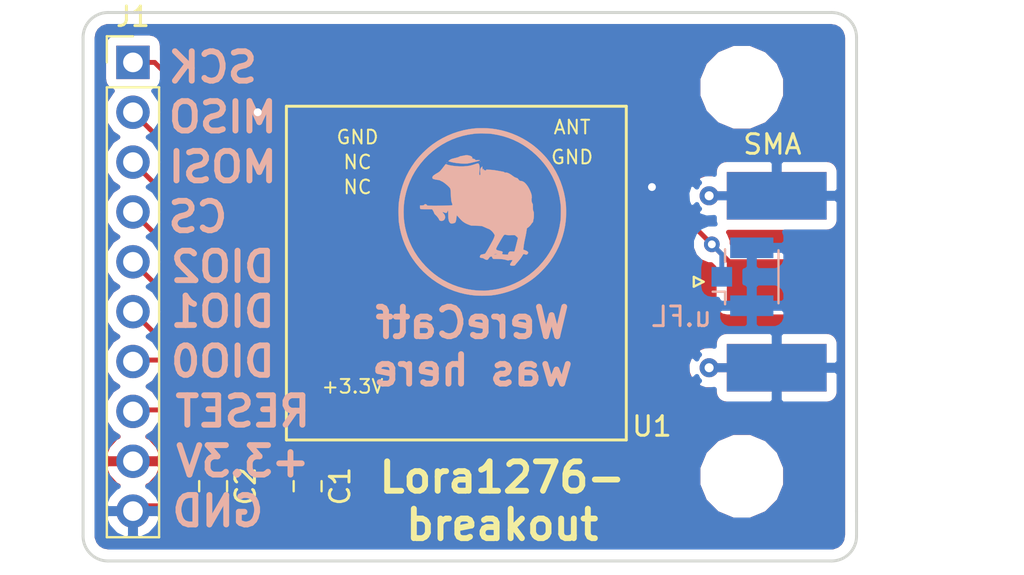
<source format=kicad_pcb>
(kicad_pcb (version 20171130) (host pcbnew "(5.0.0)")

  (general
    (thickness 1.6)
    (drawings 27)
    (tracks 42)
    (zones 0)
    (modules 9)
    (nets 12)
  )

  (page A4)
  (title_block
    (title Lora1276-breakout)
    (date 2018-08-05)
    (rev 1.0)
  )

  (layers
    (0 F.Cu signal)
    (31 B.Cu signal)
    (32 B.Adhes user)
    (33 F.Adhes user)
    (34 B.Paste user)
    (35 F.Paste user)
    (36 B.SilkS user)
    (37 F.SilkS user)
    (38 B.Mask user)
    (39 F.Mask user)
    (40 Dwgs.User user)
    (41 Cmts.User user)
    (42 Eco1.User user)
    (43 Eco2.User user)
    (44 Edge.Cuts user)
    (45 Margin user)
    (46 B.CrtYd user)
    (47 F.CrtYd user)
    (48 B.Fab user)
    (49 F.Fab user)
  )

  (setup
    (last_trace_width 0.25)
    (trace_clearance 0.2)
    (zone_clearance 0.508)
    (zone_45_only no)
    (trace_min 0.2)
    (segment_width 0.2)
    (edge_width 0.15)
    (via_size 0.8)
    (via_drill 0.4)
    (via_min_size 0.4)
    (via_min_drill 0.3)
    (uvia_size 0.3)
    (uvia_drill 0.1)
    (uvias_allowed no)
    (uvia_min_size 0.2)
    (uvia_min_drill 0.1)
    (pcb_text_width 0.3)
    (pcb_text_size 1.5 1.5)
    (mod_edge_width 0.15)
    (mod_text_size 1 1)
    (mod_text_width 0.15)
    (pad_size 1.524 1.524)
    (pad_drill 0.762)
    (pad_to_mask_clearance 0.2)
    (aux_axis_origin 0 0)
    (visible_elements 7FFFFFFF)
    (pcbplotparams
      (layerselection 0x010fc_ffffffff)
      (usegerberextensions false)
      (usegerberattributes true)
      (usegerberadvancedattributes false)
      (creategerberjobfile false)
      (excludeedgelayer true)
      (linewidth 0.100000)
      (plotframeref false)
      (viasonmask false)
      (mode 1)
      (useauxorigin true)
      (hpglpennumber 1)
      (hpglpenspeed 20)
      (hpglpendiameter 15.000000)
      (psnegative false)
      (psa4output false)
      (plotreference true)
      (plotvalue true)
      (plotinvisibletext false)
      (padsonsilk false)
      (subtractmaskfromsilk false)
      (outputformat 1)
      (mirror false)
      (drillshape 0)
      (scaleselection 1)
      (outputdirectory "gerber"))
  )

  (net 0 "")
  (net 1 +3V3)
  (net 2 GND)
  (net 3 "Net-(J1-Pad8)")
  (net 4 "Net-(J1-Pad7)")
  (net 5 "Net-(J1-Pad6)")
  (net 6 "Net-(J1-Pad5)")
  (net 7 "Net-(J1-Pad4)")
  (net 8 "Net-(J1-Pad3)")
  (net 9 "Net-(J1-Pad2)")
  (net 10 "Net-(J1-Pad1)")
  (net 11 "Net-(J2-Pad1)")

  (net_class Default "This is the default net class."
    (clearance 0.2)
    (trace_width 0.25)
    (via_dia 0.8)
    (via_drill 0.4)
    (uvia_dia 0.3)
    (uvia_drill 0.1)
    (add_net +3V3)
    (add_net GND)
    (add_net "Net-(J1-Pad1)")
    (add_net "Net-(J1-Pad2)")
    (add_net "Net-(J1-Pad3)")
    (add_net "Net-(J1-Pad4)")
    (add_net "Net-(J1-Pad5)")
    (add_net "Net-(J1-Pad6)")
    (add_net "Net-(J1-Pad7)")
    (add_net "Net-(J1-Pad8)")
    (add_net "Net-(J2-Pad1)")
  )

  (module MountingHole:MountingHole_3.2mm_M3 (layer F.Cu) (tedit 5B66F797) (tstamp 5B7F2541)
    (at 173.228 83.82)
    (descr "Mounting Hole 3.2mm, no annular, M3")
    (tags "mounting hole 3.2mm no annular m3")
    (attr virtual)
    (fp_text reference REF** (at 0 -4.2) (layer F.SilkS) hide
      (effects (font (size 1 1) (thickness 0.15)))
    )
    (fp_text value MountingHole_3.2mm_M3 (at 0 4.2) (layer F.Fab)
      (effects (font (size 1 1) (thickness 0.15)))
    )
    (fp_text user %R (at 0.3 0) (layer F.Fab)
      (effects (font (size 1 1) (thickness 0.15)))
    )
    (fp_circle (center 0 0) (end 3.2 0) (layer Cmts.User) (width 0.15))
    (fp_circle (center 0 0) (end 3.45 0) (layer F.CrtYd) (width 0.05))
    (pad 1 np_thru_hole circle (at 0 0) (size 3.2 3.2) (drill 3.2) (layers *.Cu *.Mask))
  )

  (module Nicerf:Lora1276_V2.0 (layer F.Cu) (tedit 5B5F5D16) (tstamp 5B699E8D)
    (at 158.939906 94.164381)
    (tags "Lora, SX1276, Lora1276, Nicerf")
    (path /5B661663)
    (attr smd)
    (fp_text reference U1 (at 9.716094 6.927619) (layer F.SilkS)
      (effects (font (size 1 1) (thickness 0.15)))
    )
    (fp_text value Lora1276_V2.0 (at 0.31 -0.18) (layer F.Fab)
      (effects (font (size 1 1) (thickness 0.15)))
    )
    (fp_line (start -8.89 7.62) (end -8.89 -9.38) (layer F.SilkS) (width 0.15))
    (fp_line (start -8.89 -9.38) (end 8.41 -9.38) (layer F.SilkS) (width 0.15))
    (fp_line (start 8.41 -9.38) (end 8.41 7.62) (layer F.SilkS) (width 0.15))
    (fp_line (start 8.41 7.62) (end -8.89 7.62) (layer F.SilkS) (width 0.15))
    (pad 1 smd rect (at -8.89 -7.88) (size 3 0.8) (layers F.Cu F.Paste F.Mask)
      (net 2 GND))
    (pad 2 smd rect (at -8.89 -6.61) (size 3 0.8) (layers F.Cu F.Paste F.Mask))
    (pad 3 smd rect (at -8.89 -5.34) (size 3 0.8) (layers F.Cu F.Paste F.Mask))
    (pad 4 smd rect (at -8.89 -4.07) (size 3 0.8) (layers F.Cu F.Paste F.Mask)
      (net 10 "Net-(J1-Pad1)"))
    (pad 5 smd rect (at -8.89 -2.8) (size 3 0.8) (layers F.Cu F.Paste F.Mask)
      (net 9 "Net-(J1-Pad2)"))
    (pad 6 smd rect (at -8.89 -1.53) (size 3 0.8) (layers F.Cu F.Paste F.Mask)
      (net 8 "Net-(J1-Pad3)"))
    (pad 7 smd rect (at -8.89 -0.26) (size 3 0.8) (layers F.Cu F.Paste F.Mask)
      (net 7 "Net-(J1-Pad4)"))
    (pad 8 smd rect (at -8.89 1.01) (size 3 0.8) (layers F.Cu F.Paste F.Mask)
      (net 6 "Net-(J1-Pad5)"))
    (pad 9 smd rect (at -8.89 2.28) (size 3 0.8) (layers F.Cu F.Paste F.Mask)
      (net 5 "Net-(J1-Pad6)"))
    (pad 10 smd rect (at -8.89 3.55) (size 3 0.8) (layers F.Cu F.Paste F.Mask)
      (net 4 "Net-(J1-Pad7)"))
    (pad 11 smd rect (at -8.89 4.82) (size 3 0.8) (layers F.Cu F.Paste F.Mask)
      (net 1 +3V3))
    (pad 13 smd rect (at 6.91 -8.27) (size 3 0.8) (drill (offset 1.5 0)) (layers F.Cu F.Paste F.Mask)
      (net 11 "Net-(J2-Pad1)"))
    (pad 14 smd rect (at 6.91 -6.77) (size 3 0.8) (drill (offset 1.5 0)) (layers F.Cu F.Paste F.Mask)
      (net 2 GND))
    (pad 12 smd rect (at -8.89 6.09) (size 3 0.8) (layers F.Cu F.Paste F.Mask)
      (net 3 "Net-(J1-Pad8)"))
  )

  (module Connector_Coaxial:SMA_Molex_73251-1153_EdgeMount_Horizontal (layer F.Cu) (tedit 5B672686) (tstamp 5B7F1FDE)
    (at 173.286 93.726 180)
    (descr "Molex SMA RF Connectors, Edge Mount, (http://www.molex.com/pdm_docs/sd/732511150_sd.pdf)")
    (tags "sma edge")
    (path /5B6619B8)
    (attr smd)
    (fp_text reference SMA (at -1.5 7 180) (layer F.SilkS)
      (effects (font (size 1 1) (thickness 0.15)))
    )
    (fp_text value Conn_Coaxial (at -1.72 -7.11 180) (layer F.Fab)
      (effects (font (size 1 1) (thickness 0.15)))
    )
    (fp_text user %R (at -1.5 7 180) (layer F.Fab)
      (effects (font (size 1 1) (thickness 0.15)))
    )
    (fp_line (start 2.5 0.25) (end 2.5 -0.25) (layer F.Fab) (width 0.1))
    (fp_line (start 2 0) (end 2.5 0.25) (layer F.Fab) (width 0.1))
    (fp_line (start 2.5 -0.25) (end 2 0) (layer F.Fab) (width 0.1))
    (fp_line (start 2.5 0.25) (end 2 0) (layer F.SilkS) (width 0.12))
    (fp_line (start 2.5 -0.25) (end 2.5 0.25) (layer F.SilkS) (width 0.12))
    (fp_line (start 2 0) (end 2.5 -0.25) (layer F.SilkS) (width 0.12))
    (fp_line (start -4.76 -0.38) (end 0.49 -0.38) (layer F.Fab) (width 0.1))
    (fp_line (start -4.76 0.38) (end 0.49 0.38) (layer F.Fab) (width 0.1))
    (fp_line (start 0.49 -0.38) (end 0.49 0.38) (layer F.Fab) (width 0.1))
    (fp_line (start 0.49 3.75) (end 0.49 4.76) (layer F.Fab) (width 0.1))
    (fp_line (start 0.49 -4.76) (end 0.49 -3.75) (layer F.Fab) (width 0.1))
    (fp_line (start -14.29 -6.09) (end -14.29 6.09) (layer F.CrtYd) (width 0.05))
    (fp_line (start -14.29 6.09) (end 2.71 6.09) (layer F.CrtYd) (width 0.05))
    (fp_line (start 2.71 -6.09) (end 2.71 6.09) (layer B.CrtYd) (width 0.05))
    (fp_line (start -14.29 -6.09) (end 2.71 -6.09) (layer B.CrtYd) (width 0.05))
    (fp_line (start -14.29 -6.09) (end -14.29 6.09) (layer B.CrtYd) (width 0.05))
    (fp_line (start -14.29 6.09) (end 2.71 6.09) (layer B.CrtYd) (width 0.05))
    (fp_line (start 2.71 -6.09) (end 2.71 6.09) (layer F.CrtYd) (width 0.05))
    (fp_line (start 2.71 -6.09) (end -14.29 -6.09) (layer F.CrtYd) (width 0.05))
    (fp_line (start -4.76 -3.75) (end 0.49 -3.75) (layer F.Fab) (width 0.1))
    (fp_line (start -4.76 3.75) (end 0.49 3.75) (layer F.Fab) (width 0.1))
    (fp_line (start -13.79 -2.65) (end -5.91 -2.65) (layer F.Fab) (width 0.1))
    (fp_line (start -13.79 -2.65) (end -13.79 2.65) (layer F.Fab) (width 0.1))
    (fp_line (start -13.79 2.65) (end -5.91 2.65) (layer F.Fab) (width 0.1))
    (fp_line (start -4.76 -3.75) (end -4.76 3.75) (layer F.Fab) (width 0.1))
    (fp_line (start 0.49 -4.76) (end -5.91 -4.76) (layer F.Fab) (width 0.1))
    (fp_line (start -5.91 -4.76) (end -5.91 4.76) (layer F.Fab) (width 0.1))
    (fp_line (start -5.91 4.76) (end 0.49 4.76) (layer F.Fab) (width 0.1))
    (pad 1 smd rect (at -1.72 0 180) (size 5.08 2.29) (layers F.Cu F.Paste F.Mask)
      (net 11 "Net-(J2-Pad1)"))
    (pad 2 smd rect (at -1.72 -4.38 180) (size 5.08 2.42) (layers F.Cu F.Paste F.Mask)
      (net 2 GND))
    (pad 2 smd rect (at -1.72 4.38 180) (size 5.08 2.42) (layers F.Cu F.Paste F.Mask)
      (net 2 GND))
    (pad 2 smd rect (at -1.72 -4.38 180) (size 5.08 2.42) (layers B.Cu B.Paste B.Mask)
      (net 2 GND))
    (pad 2 smd rect (at -1.72 4.38 180) (size 5.08 2.42) (layers B.Cu B.Paste B.Mask)
      (net 2 GND))
    (pad 2 thru_hole circle (at 1.72 -4.38 180) (size 0.97 0.97) (drill 0.46) (layers *.Cu)
      (net 2 GND))
    (pad 2 thru_hole circle (at 1.72 4.38 180) (size 0.97 0.97) (drill 0.46) (layers *.Cu)
      (net 2 GND))
    (pad 2 smd rect (at 1.27 -4.38 180) (size 0.95 0.46) (layers F.Cu)
      (net 2 GND))
    (pad 2 smd rect (at 1.27 4.38 180) (size 0.95 0.46) (layers F.Cu)
      (net 2 GND))
    (pad 2 smd rect (at 1.27 -4.38 180) (size 0.95 0.46) (layers B.Cu)
      (net 2 GND))
    (pad 2 smd rect (at 1.27 4.38 180) (size 0.95 0.46) (layers B.Cu)
      (net 2 GND))
    (model ${KISYS3DMOD}/Connector_Coaxial.3dshapes/SMA_Molex_73251-1153_EdgeMount_Horizontal.wrl
      (at (xyz 0 0 0))
      (scale (xyz 1 1 1))
      (rotate (xyz 0 0 0))
    )
  )

  (module extra:WereCatf-logo (layer B.Cu) (tedit 0) (tstamp 5B7F2075)
    (at 160.02 90.17 180)
    (fp_text reference G*** (at 0 0 180) (layer B.SilkS) hide
      (effects (font (size 1.524 1.524) (thickness 0.3)) (justify mirror))
    )
    (fp_text value LOGO (at 0.75 0 180) (layer B.SilkS) hide
      (effects (font (size 1.524 1.524) (thickness 0.3)) (justify mirror))
    )
    (fp_poly (pts (xy 0.09838 2.572385) (xy 0.099591 2.556507) (xy 0.097578 2.552912) (xy 0.09296 2.555942)
      (xy 0.092242 2.566247) (xy 0.094723 2.577088) (xy 0.09838 2.572385)) (layer B.SilkS) (width 0.01))
    (fp_poly (pts (xy 1.793498 2.516492) (xy 1.80086 2.510816) (xy 1.816655 2.495987) (xy 1.816586 2.489367)
      (xy 1.814804 2.4892) (xy 1.806323 2.496144) (xy 1.797024 2.50698) (xy 1.788237 2.519015)
      (xy 1.793498 2.516492)) (layer B.SilkS) (width 0.01))
    (fp_poly (pts (xy 0.916138 2.878062) (xy 0.91948 2.87723) (xy 0.968351 2.866101) (xy 1.019698 2.856318)
      (xy 1.06275 2.849924) (xy 1.064322 2.849749) (xy 1.119315 2.838791) (xy 1.161133 2.820213)
      (xy 1.162476 2.819317) (xy 1.185362 2.806608) (xy 1.21823 2.793303) (xy 1.263226 2.778747)
      (xy 1.322495 2.762283) (xy 1.398183 2.743258) (xy 1.458542 2.728893) (xy 1.526404 2.711253)
      (xy 1.57958 2.692721) (xy 1.623636 2.670752) (xy 1.66414 2.642803) (xy 1.685495 2.625193)
      (xy 1.73015 2.586692) (xy 1.655015 2.563042) (xy 1.569845 2.539967) (xy 1.469776 2.519037)
      (xy 1.359355 2.500732) (xy 1.243131 2.485535) (xy 1.125653 2.473925) (xy 1.011469 2.466386)
      (xy 0.905127 2.463397) (xy 0.811176 2.465441) (xy 0.765777 2.468951) (xy 0.740988 2.47185)
      (xy 0.714467 2.475766) (xy 0.68394 2.481199) (xy 0.647135 2.488645) (xy 0.601777 2.498601)
      (xy 0.545593 2.511567) (xy 0.476311 2.528038) (xy 0.391655 2.548513) (xy 0.299692 2.570958)
      (xy 0.253178 2.58325) (xy 0.206825 2.596985) (xy 0.170058 2.609358) (xy 0.167612 2.610282)
      (xy 0.11684 2.629707) (xy 0.14732 2.641696) (xy 0.178852 2.647798) (xy 0.223495 2.648272)
      (xy 0.274901 2.643351) (xy 0.3175 2.635486) (xy 0.338138 2.63346) (xy 0.345222 2.641854)
      (xy 0.34544 2.645496) (xy 0.353984 2.658815) (xy 0.372414 2.66192) (xy 0.390995 2.662966)
      (xy 0.391749 2.669545) (xy 0.381 2.68224) (xy 0.368775 2.696954) (xy 0.370832 2.702008)
      (xy 0.382473 2.70256) (xy 0.405224 2.696802) (xy 0.414236 2.69066) (xy 0.425792 2.686236)
      (xy 0.440344 2.697316) (xy 0.447356 2.705736) (xy 0.462988 2.72328) (xy 0.475325 2.726292)
      (xy 0.492427 2.717084) (xy 0.513155 2.708569) (xy 0.523303 2.713953) (xy 0.519239 2.730866)
      (xy 0.517645 2.733526) (xy 0.507549 2.764896) (xy 0.517516 2.794949) (xy 0.547315 2.823411)
      (xy 0.596716 2.850007) (xy 0.625023 2.8612) (xy 0.722243 2.886818) (xy 0.818644 2.892404)
      (xy 0.916138 2.878062)) (layer B.SilkS) (width 0.01))
    (fp_poly (pts (xy 0.227226 2.47379) (xy 0.262413 2.466016) (xy 0.311315 2.452254) (xy 0.371318 2.43319)
      (xy 0.386063 2.428246) (xy 0.448596 2.408058) (xy 0.513881 2.388629) (xy 0.575359 2.37181)
      (xy 0.62647 2.359447) (xy 0.640028 2.356645) (xy 0.800126 2.333026) (xy 0.972867 2.321244)
      (xy 1.154431 2.321225) (xy 1.341001 2.332895) (xy 1.528755 2.356178) (xy 1.6431 2.376221)
      (xy 1.690642 2.386344) (xy 1.734168 2.397068) (xy 1.767544 2.406813) (xy 1.78026 2.411584)
      (xy 1.820888 2.428299) (xy 1.847975 2.434873) (xy 1.865257 2.431863) (xy 1.872726 2.425379)
      (xy 1.88264 2.412706) (xy 1.902648 2.386871) (xy 1.930469 2.350827) (xy 1.963822 2.307529)
      (xy 1.993058 2.269518) (xy 2.046368 2.201081) (xy 2.090626 2.14675) (xy 2.128382 2.103947)
      (xy 2.162187 2.070098) (xy 2.194592 2.042625) (xy 2.228145 2.018951) (xy 2.2606 1.999244)
      (xy 2.341715 1.951665) (xy 2.406228 1.911428) (xy 2.455832 1.877035) (xy 2.492221 1.84699)
      (xy 2.517091 1.819797) (xy 2.532135 1.793958) (xy 2.539048 1.767976) (xy 2.539999 1.752437)
      (xy 2.535985 1.724003) (xy 2.529596 1.706426) (xy 2.511847 1.691275) (xy 2.476175 1.676096)
      (xy 2.424965 1.661503) (xy 2.360603 1.64811) (xy 2.285476 1.63653) (xy 2.23453 1.630529)
      (xy 2.195181 1.623003) (xy 2.158165 1.610457) (xy 2.14309 1.602744) (xy 2.112529 1.585693)
      (xy 2.074586 1.567243) (xy 2.056371 1.55927) (xy 2.016352 1.538487) (xy 1.967343 1.506689)
      (xy 1.912474 1.466566) (xy 1.854876 1.420809) (xy 1.797681 1.372109) (xy 1.744018 1.323155)
      (xy 1.697019 1.27664) (xy 1.659815 1.235253) (xy 1.635537 1.201686) (xy 1.631532 1.194161)
      (xy 1.624934 1.174854) (xy 1.619323 1.145577) (xy 1.614429 1.103891) (xy 1.609979 1.047355)
      (xy 1.605702 0.97353) (xy 1.604661 0.952771) (xy 1.599092 0.845134) (xy 1.593714 0.755593)
      (xy 1.588279 0.681931) (xy 1.582537 0.62193) (xy 1.57624 0.573371) (xy 1.56914 0.534036)
      (xy 1.560988 0.501707) (xy 1.551536 0.474166) (xy 1.550851 0.47244) (xy 1.530712 0.417893)
      (xy 1.520569 0.37919) (xy 1.520176 0.354627) (xy 1.529287 0.342498) (xy 1.531987 0.341483)
      (xy 1.545883 0.33999) (xy 1.577679 0.338005) (xy 1.624962 0.335634) (xy 1.685322 0.332984)
      (xy 1.756347 0.33016) (xy 1.835625 0.327269) (xy 1.91516 0.324597) (xy 2.016204 0.321731)
      (xy 2.119438 0.319523) (xy 2.222701 0.317963) (xy 2.323836 0.31704) (xy 2.420685 0.316743)
      (xy 2.51109 0.317061) (xy 2.592893 0.317983) (xy 2.663935 0.319498) (xy 2.722059 0.321596)
      (xy 2.765107 0.324265) (xy 2.790919 0.327495) (xy 2.796153 0.32904) (xy 2.814087 0.345063)
      (xy 2.819208 0.354997) (xy 2.834963 0.374724) (xy 2.864429 0.389461) (xy 2.901085 0.396127)
      (xy 2.906455 0.396241) (xy 2.932944 0.390353) (xy 2.947856 0.371702) (xy 2.957646 0.356071)
      (xy 2.972632 0.345619) (xy 2.996592 0.339354) (xy 3.033305 0.336285) (xy 3.0861 0.335419)
      (xy 3.16992 0.33528) (xy 3.16992 0.255575) (xy 3.170042 0.223179) (xy 3.169046 0.197291)
      (xy 3.164889 0.177184) (xy 3.155526 0.162129) (xy 3.138913 0.1514) (xy 3.113006 0.144267)
      (xy 3.075762 0.140003) (xy 3.025137 0.137879) (xy 2.959086 0.137169) (xy 2.875566 0.137142)
      (xy 2.837472 0.13716) (xy 2.547991 0.13716) (xy 2.508307 0.071607) (xy 2.485439 0.030118)
      (xy 2.464738 -0.013775) (xy 2.451617 -0.047897) (xy 2.437549 -0.083038) (xy 2.41729 -0.112772)
      (xy 2.385687 -0.144325) (xy 2.378085 -0.151026) (xy 2.340501 -0.187052) (xy 2.301835 -0.229752)
      (xy 2.26526 -0.274977) (xy 2.233952 -0.318576) (xy 2.211087 -0.3564) (xy 2.199925 -0.383884)
      (xy 2.185388 -0.41644) (xy 2.156672 -0.438515) (xy 2.111544 -0.451676) (xy 2.101189 -0.453263)
      (xy 2.040246 -0.452594) (xy 1.986794 -0.434601) (xy 1.94309 -0.401593) (xy 1.911393 -0.35588)
      (xy 1.893959 -0.299774) (xy 1.892575 -0.239818) (xy 1.901054 -0.192005) (xy 1.917629 -0.150089)
      (xy 1.945322 -0.108259) (xy 1.98405 -0.063976) (xy 2.007871 -0.036977) (xy 2.023688 -0.015469)
      (xy 2.028518 -0.003583) (xy 2.028137 -0.00291) (xy 2.015437 -0.002225) (xy 1.990721 -0.008206)
      (xy 1.973216 -0.014294) (xy 1.913371 -0.035758) (xy 1.868528 -0.047343) (xy 1.835707 -0.048634)
      (xy 1.811927 -0.039213) (xy 1.794209 -0.018665) (xy 1.779836 0.012717) (xy 1.767058 0.044272)
      (xy 1.756861 0.062258) (xy 1.74892 0.065655) (xy 1.742913 0.053444) (xy 1.738515 0.024607)
      (xy 1.735403 -0.021877) (xy 1.733254 -0.087026) (xy 1.732264 -0.13716) (xy 1.729761 -0.232365)
      (xy 1.725403 -0.310067) (xy 1.718719 -0.373036) (xy 1.709235 -0.42404) (xy 1.696479 -0.46585)
      (xy 1.679978 -0.501234) (xy 1.666405 -0.522998) (xy 1.640253 -0.557112) (xy 1.615339 -0.57749)
      (xy 1.585554 -0.586791) (xy 1.544791 -0.587673) (xy 1.521573 -0.586061) (xy 1.458015 -0.575955)
      (xy 1.408337 -0.55799) (xy 1.3748 -0.533151) (xy 1.364357 -0.517563) (xy 1.347833 -0.473144)
      (xy 1.332952 -0.415627) (xy 1.321318 -0.352234) (xy 1.314841 -0.29464) (xy 1.311474 -0.253858)
      (xy 1.307794 -0.21827) (xy 1.30456 -0.195163) (xy 1.304369 -0.194197) (xy 1.299398 -0.169954)
      (xy 1.268341 -0.199277) (xy 1.250021 -0.217917) (xy 1.222005 -0.248044) (xy 1.187863 -0.285751)
      (xy 1.151165 -0.327134) (xy 1.144842 -0.334354) (xy 1.070367 -0.414055) (xy 0.996594 -0.480537)
      (xy 0.919059 -0.536781) (xy 0.833299 -0.585764) (xy 0.734848 -0.630467) (xy 0.65532 -0.661051)
      (xy 0.56388 -0.694245) (xy 0.3048 -0.70126) (xy 0.210216 -0.704345) (xy 0.132416 -0.707999)
      (xy 0.072307 -0.712159) (xy 0.030796 -0.716766) (xy 0.01016 -0.721215) (xy -0.01154 -0.729895)
      (xy -0.047487 -0.745132) (xy -0.093426 -0.765088) (xy -0.145099 -0.787924) (xy -0.169595 -0.798877)
      (xy -0.220158 -0.821201) (xy -0.264755 -0.840194) (xy -0.299856 -0.854406) (xy -0.321933 -0.862389)
      (xy -0.327211 -0.8636) (xy -0.345902 -0.87005) (xy -0.375157 -0.88737) (xy -0.410732 -0.912514)
      (xy -0.448385 -0.942436) (xy -0.48387 -0.974089) (xy -0.491578 -0.981591) (xy -0.526697 -1.01978)
      (xy -0.560628 -1.062502) (xy -0.590589 -1.105576) (xy -0.613793 -1.144821) (xy -0.627459 -1.176058)
      (xy -0.62992 -1.189307) (xy -0.624151 -1.231255) (xy -0.607517 -1.286802) (xy -0.581033 -1.353058)
      (xy -0.548208 -1.422233) (xy -0.519744 -1.477191) (xy -0.486071 -1.540287) (xy -0.448506 -1.609228)
      (xy -0.408362 -1.681721) (xy -0.366956 -1.755472) (xy -0.325604 -1.828188) (xy -0.285621 -1.897575)
      (xy -0.248322 -1.961341) (xy -0.215024 -2.01719) (xy -0.187042 -2.062831) (xy -0.165692 -2.095969)
      (xy -0.152288 -2.114312) (xy -0.149812 -2.116743) (xy -0.128723 -2.127105) (xy -0.093702 -2.138857)
      (xy -0.050865 -2.150063) (xy -0.03099 -2.154348) (xy 0.01188 -2.163981) (xy 0.048245 -2.174045)
      (xy 0.072671 -2.182951) (xy 0.078601 -2.186383) (xy 0.097114 -2.210361) (xy 0.112694 -2.244923)
      (xy 0.121299 -2.280363) (xy 0.12192 -2.290396) (xy 0.118057 -2.309823) (xy 0.104307 -2.323509)
      (xy 0.077424 -2.33313) (xy 0.034164 -2.340361) (xy 0.022453 -2.34176) (xy -0.020427 -2.349281)
      (xy -0.057501 -2.363155) (xy -0.09841 -2.38711) (xy -0.103484 -2.390471) (xy -0.146223 -2.416117)
      (xy -0.182736 -2.430392) (xy -0.218083 -2.436252) (xy -0.243236 -2.437572) (xy -0.262764 -2.434979)
      (xy -0.280065 -2.425883) (xy -0.298538 -2.407695) (xy -0.321583 -2.377827) (xy -0.352461 -2.333884)
      (xy -0.378289 -2.302094) (xy -0.404729 -2.283661) (xy -0.427186 -2.275714) (xy -0.462748 -2.268572)
      (xy -0.484368 -2.271959) (xy -0.496401 -2.287563) (xy -0.500997 -2.304323) (xy -0.512223 -2.333716)
      (xy -0.530382 -2.361275) (xy -0.55372 -2.387996) (xy -0.75692 -2.391595) (xy -0.883738 -2.395874)
      (xy -0.993621 -2.404136) (xy -1.089635 -2.416759) (xy -1.174844 -2.43412) (xy -1.233034 -2.450332)
      (xy -1.272533 -2.461745) (xy -1.301954 -2.466656) (xy -1.330243 -2.465706) (xy -1.365114 -2.459778)
      (xy -1.404539 -2.453503) (xy -1.446983 -2.449176) (xy -1.487049 -2.447046) (xy -1.519339 -2.447361)
      (xy -1.538454 -2.450366) (xy -1.540722 -2.451735) (xy -1.537427 -2.46165) (xy -1.524651 -2.484837)
      (xy -1.504431 -2.517825) (xy -1.47905 -2.556778) (xy -1.452687 -2.597945) (xy -1.431228 -2.634772)
      (xy -1.416986 -2.663065) (xy -1.41224 -2.678047) (xy -1.420217 -2.706114) (xy -1.444738 -2.725539)
      (xy -1.48669 -2.736799) (xy -1.527439 -2.740096) (xy -1.56875 -2.739919) (xy -1.606135 -2.737238)
      (xy -1.63068 -2.73283) (xy -1.656447 -2.717814) (xy -1.681636 -2.692414) (xy -1.68656 -2.685643)
      (xy -1.702989 -2.663605) (xy -1.729437 -2.630711) (xy -1.762377 -2.591251) (xy -1.798281 -2.549515)
      (xy -1.801583 -2.545742) (xy -1.874456 -2.460471) (xy -1.934418 -2.385377) (xy -1.983856 -2.317258)
      (xy -2.025157 -2.252916) (xy -2.042756 -2.2225) (xy -2.067368 -2.181854) (xy -2.087813 -2.154861)
      (xy -2.102266 -2.143887) (xy -2.103485 -2.14376) (xy -2.122581 -2.146601) (xy -2.152457 -2.153835)
      (xy -2.170086 -2.15889) (xy -2.216347 -2.170846) (xy -2.249681 -2.173103) (xy -2.275434 -2.164847)
      (xy -2.298954 -2.145264) (xy -2.305268 -2.138326) (xy -2.329641 -2.102402) (xy -2.336272 -2.069409)
      (xy -2.324635 -2.038535) (xy -2.294202 -2.008963) (xy -2.244449 -1.97988) (xy -2.186764 -1.955008)
      (xy -2.090375 -1.91766) (xy -2.097388 -1.831229) (xy -2.108336 -1.731188) (xy -2.126469 -1.612439)
      (xy -2.151801 -1.474892) (xy -2.183482 -1.322616) (xy -1.81594 -1.322616) (xy -1.72934 -1.667353)
      (xy -1.70599 -1.759884) (xy -1.686837 -1.834568) (xy -1.671297 -1.893309) (xy -1.658783 -1.938007)
      (xy -1.648708 -1.970567) (xy -1.640486 -1.99289) (xy -1.633531 -2.006878) (xy -1.627257 -2.014434)
      (xy -1.62147 -2.017368) (xy -1.601762 -2.018716) (xy -1.568228 -2.017626) (xy -1.527183 -2.014352)
      (xy -1.515079 -2.013065) (xy -1.459546 -2.00878) (xy -1.418711 -2.009851) (xy -1.401679 -2.013342)
      (xy -1.375632 -2.030568) (xy -1.349471 -2.060663) (xy -1.327961 -2.096772) (xy -1.315871 -2.132039)
      (xy -1.315048 -2.137918) (xy -1.312685 -2.160513) (xy -1.311302 -2.171645) (xy -1.311289 -2.1717)
      (xy -1.301136 -2.173981) (xy -1.275367 -2.174655) (xy -1.238608 -2.173898) (xy -1.195484 -2.171889)
      (xy -1.15062 -2.168805) (xy -1.108642 -2.164823) (xy -1.097256 -2.163475) (xy -1.058028 -2.15828)
      (xy -1.027474 -2.153711) (xy -1.010434 -2.150515) (xy -1.008514 -2.149819) (xy -1.00984 -2.13945)
      (xy -1.009954 -2.139056) (xy -0.767579 -2.139056) (xy -0.757002 -2.145336) (xy -0.727667 -2.153518)
      (xy -0.698452 -2.159746) (xy -0.651076 -2.168508) (xy -0.621016 -2.172476) (xy -0.605873 -2.171769)
      (xy -0.603246 -2.166508) (xy -0.604288 -2.164456) (xy -0.61996 -2.153812) (xy -0.64969 -2.144122)
      (xy -0.687223 -2.13691) (xy -0.726306 -2.1337) (xy -0.730674 -2.133656) (xy -0.758952 -2.135042)
      (xy -0.767579 -2.139056) (xy -1.009954 -2.139056) (xy -1.016523 -2.116543) (xy -1.020972 -2.103427)
      (xy -1.031332 -2.071628) (xy -1.035134 -2.047894) (xy -1.030109 -2.030193) (xy -1.013987 -2.01649)
      (xy -0.984497 -2.004753) (xy -0.939368 -1.992947) (xy -0.88392 -1.980672) (xy -0.809175 -1.961899)
      (xy -0.754375 -1.942027) (xy -0.719171 -1.920909) (xy -0.707481 -1.907859) (xy -0.702974 -1.895504)
      (xy -0.703447 -1.878516) (xy -0.709723 -1.855038) (xy -0.722627 -1.823215) (xy -0.742984 -1.781189)
      (xy -0.771616 -1.727105) (xy -0.809349 -1.659107) (xy -0.848587 -1.59004) (xy -0.902842 -1.495656)
      (xy -0.948609 -1.41713) (xy -0.98711 -1.352471) (xy -1.019567 -1.299684) (xy -1.047201 -1.25678)
      (xy -1.071235 -1.221764) (xy -1.090034 -1.19634) (xy -1.11096 -1.172351) (xy -1.130522 -1.161222)
      (xy -1.157609 -1.158268) (xy -1.16233 -1.15824) (xy -1.197752 -1.161332) (xy -1.239682 -1.169202)
      (xy -1.260536 -1.174679) (xy -1.285615 -1.181026) (xy -1.312891 -1.185086) (xy -1.346432 -1.187032)
      (xy -1.390308 -1.187036) (xy -1.448586 -1.185271) (xy -1.479877 -1.183977) (xy -1.549535 -1.181494)
      (xy -1.60128 -1.180993) (xy -1.63743 -1.182538) (xy -1.6603 -1.18619) (xy -1.667837 -1.189005)
      (xy -1.686055 -1.201654) (xy -1.713406 -1.224498) (xy -1.7448 -1.253222) (xy -1.75379 -1.261895)
      (xy -1.81594 -1.322616) (xy -2.183482 -1.322616) (xy -2.184348 -1.318458) (xy -2.189325 -1.295756)
      (xy -2.204479 -1.224462) (xy -2.219155 -1.150813) (xy -2.232293 -1.080455) (xy -2.242838 -1.019032)
      (xy -2.249352 -0.975182) (xy -2.255898 -0.927279) (xy -2.262196 -0.885842) (xy -2.267486 -0.855603)
      (xy -2.270746 -0.841901) (xy -2.282294 -0.827746) (xy -2.305574 -0.808224) (xy -2.326822 -0.793347)
      (xy -2.374622 -0.756147) (xy -2.424779 -0.70668) (xy -2.471474 -0.651281) (xy -2.508891 -0.596286)
      (xy -2.510843 -0.592912) (xy -2.530127 -0.563767) (xy -2.548947 -0.542707) (xy -2.559877 -0.535652)
      (xy -2.573173 -0.526167) (xy -2.581538 -0.503415) (xy -2.585072 -0.481219) (xy -2.590836 -0.444844)
      (xy -2.599828 -0.399482) (xy -2.608728 -0.36068) (xy -2.61835 -0.309217) (xy -2.624099 -0.246327)
      (xy -2.626312 -0.168034) (xy -2.62636 -0.1524) (xy -2.626 -0.094762) (xy -2.624517 -0.05267)
      (xy -2.621309 -0.021356) (xy -2.615774 0.003948) (xy -2.607309 0.028008) (xy -2.601975 0.04064)
      (xy -2.592483 0.064127) (xy -2.58577 0.086772) (xy -2.581329 0.112813) (xy -2.578653 0.14649)
      (xy -2.577236 0.192041) (xy -2.576575 0.253154) (xy -2.575669 0.317802) (xy -2.5738 0.364183)
      (xy -2.570795 0.394333) (xy -2.566479 0.410287) (xy -2.56286 0.41402) (xy -2.551041 0.425064)
      (xy -2.55016 0.429439) (xy -2.546005 0.444606) (xy -2.535456 0.470418) (xy -2.528601 0.48516)
      (xy -2.516729 0.515454) (xy -2.509881 0.549842) (xy -2.506952 0.595006) (xy -2.506628 0.618026)
      (xy -2.507919 0.664875) (xy -2.511851 0.703339) (xy -2.517819 0.727843) (xy -2.518732 0.729749)
      (xy -2.526075 0.751399) (xy -2.519258 0.76759) (xy -2.512299 0.787531) (xy -2.511847 0.817194)
      (xy -2.512207 0.820281) (xy -2.510577 0.855755) (xy -2.499234 0.906055) (xy -2.479054 0.96866)
      (xy -2.450912 1.041054) (xy -2.415685 1.120718) (xy -2.38732 1.179378) (xy -2.332903 1.276701)
      (xy -2.271329 1.366873) (xy -2.20586 1.445558) (xy -2.139858 1.508339) (xy -2.090957 1.540536)
      (xy -2.033903 1.565996) (xy -1.976785 1.58159) (xy -1.941867 1.58496) (xy -1.922458 1.58612)
      (xy -1.905805 1.591332) (xy -1.888796 1.603202) (xy -1.86832 1.624333) (xy -1.841264 1.657327)
      (xy -1.815105 1.691005) (xy -1.794136 1.713529) (xy -1.776875 1.723519) (xy -1.77225 1.723269)
      (xy -1.756336 1.723953) (xy -1.752323 1.72765) (xy -1.739605 1.735705) (xy -1.71421 1.745046)
      (xy -1.699265 1.749219) (xy -1.66136 1.764405) (xy -1.613585 1.79256) (xy -1.570328 1.823313)
      (xy -1.474124 1.892573) (xy -1.389122 1.945478) (xy -1.314801 1.982272) (xy -1.250641 2.003199)
      (xy -1.196121 2.008502) (xy -1.178952 2.006667) (xy -1.151617 2.004005) (xy -1.136487 2.00938)
      (xy -1.128818 2.019865) (xy -1.125441 2.025304) (xy -1.12034 2.030166) (xy -1.111636 2.03487)
      (xy -1.097451 2.039833) (xy -1.075907 2.045476) (xy -1.045126 2.052217) (xy -1.003229 2.060475)
      (xy -0.948339 2.070669) (xy -0.878577 2.083218) (xy -0.792065 2.098542) (xy -0.71628 2.111892)
      (xy -0.625492 2.126183) (xy -0.532224 2.137874) (xy -0.445081 2.145964) (xy -0.40132 2.148586)
      (xy -0.347274 2.151259) (xy -0.298507 2.154191) (xy -0.259635 2.157066) (xy -0.235273 2.159571)
      (xy -0.23193 2.160114) (xy -0.2115 2.160939) (xy -0.202937 2.149662) (xy -0.20145 2.141854)
      (xy -0.190157 2.122812) (xy -0.168738 2.113742) (xy -0.146056 2.117383) (xy -0.139037 2.12258)
      (xy -0.121823 2.130259) (xy -0.095449 2.133596) (xy -0.094489 2.1336) (xy -0.07147 2.136822)
      (xy -0.060577 2.144334) (xy -0.065122 2.152906) (xy -0.071702 2.155808) (xy -0.077139 2.165898)
      (xy -0.073615 2.18193) (xy -0.064237 2.193494) (xy -0.060134 2.194561) (xy -0.049977 2.186498)
      (xy -0.036154 2.166598) (xy -0.033289 2.161541) (xy -0.015255 2.12852) (xy -0.010061 2.221761)
      (xy -0.007004 2.263555) (xy -0.003166 2.297442) (xy 0.000826 2.31844) (xy 0.002646 2.322514)
      (xy 0.009063 2.32134) (xy 0.01016 2.314262) (xy 0.017982 2.297757) (xy 0.035418 2.281947)
      (xy 0.062172 2.259365) (xy 0.080964 2.229693) (xy 0.094255 2.188015) (xy 0.101426 2.150201)
      (xy 0.107189 2.093231) (xy 0.105158 2.035688) (xy 0.100696 1.999537) (xy 0.095104 1.955109)
      (xy 0.094007 1.925235) (xy 0.097472 1.904634) (xy 0.10203 1.894036) (xy 0.117539 1.873785)
      (xy 0.131347 1.871471) (xy 0.142557 1.884728) (xy 0.150274 1.911189) (xy 0.1536 1.948489)
      (xy 0.151639 1.99426) (xy 0.148741 2.017334) (xy 0.144649 2.055339) (xy 0.141347 2.106937)
      (xy 0.13917 2.165402) (xy 0.138449 2.224014) (xy 0.138452 2.22504) (xy 0.139003 2.283144)
      (xy 0.140685 2.325652) (xy 0.144084 2.357282) (xy 0.149788 2.382753) (xy 0.158381 2.406782)
      (xy 0.16216 2.415676) (xy 0.182822 2.453981) (xy 0.203195 2.473016) (xy 0.208366 2.47489)
      (xy 0.227226 2.47379)) (layer B.SilkS) (width 0.01))
    (fp_poly (pts (xy 0.140708 4.26629) (xy 0.235146 4.264364) (xy 0.318176 4.261146) (xy 0.385391 4.256612)
      (xy 0.38608 4.25655) (xy 0.66843 4.220915) (xy 0.949308 4.165618) (xy 1.227009 4.091319)
      (xy 1.499828 3.998672) (xy 1.766062 3.888336) (xy 2.024005 3.760968) (xy 2.271953 3.617225)
      (xy 2.508203 3.457764) (xy 2.563143 3.417099) (xy 2.723209 3.289532) (xy 2.882692 3.149126)
      (xy 3.037806 2.999686) (xy 3.184764 2.845019) (xy 3.319782 2.688929) (xy 3.435586 2.54)
      (xy 3.59666 2.305625) (xy 3.738966 2.067952) (xy 3.864056 1.823989) (xy 3.973481 1.570744)
      (xy 4.056951 1.34112) (xy 4.136912 1.071838) (xy 4.198241 0.797753) (xy 4.241429 0.516516)
      (xy 4.253272 0.4064) (xy 4.258607 0.333705) (xy 4.262443 0.246246) (xy 4.264821 0.147847)
      (xy 4.265785 0.042329) (xy 4.265375 -0.066486) (xy 4.263634 -0.174776) (xy 4.260603 -0.27872)
      (xy 4.256324 -0.374495) (xy 4.25084 -0.458279) (xy 4.244191 -0.526251) (xy 4.242938 -0.536037)
      (xy 4.193547 -0.833204) (xy 4.126089 -1.121132) (xy 4.040482 -1.40004) (xy 3.936645 -1.67015)
      (xy 3.814495 -1.931679) (xy 3.673951 -2.184847) (xy 3.560757 -2.36292) (xy 3.387212 -2.60357)
      (xy 3.198724 -2.83056) (xy 2.995761 -3.043471) (xy 2.778795 -3.241882) (xy 2.548296 -3.425374)
      (xy 2.304732 -3.593528) (xy 2.048575 -3.745923) (xy 1.9558 -3.795582) (xy 1.695152 -3.919798)
      (xy 1.425934 -4.025866) (xy 1.149389 -4.113426) (xy 0.866765 -4.182122) (xy 0.579305 -4.231595)
      (xy 0.349886 -4.25683) (xy 0.289102 -4.260589) (xy 0.213153 -4.263289) (xy 0.126026 -4.264962)
      (xy 0.031709 -4.265635) (xy -0.065811 -4.265338) (xy -0.162547 -4.264102) (xy -0.254512 -4.261955)
      (xy -0.337718 -4.258926) (xy -0.408179 -4.255046) (xy -0.4572 -4.250872) (xy -0.668374 -4.221401)
      (xy -0.888076 -4.178526) (xy -1.110909 -4.123641) (xy -1.331474 -4.058138) (xy -1.544372 -3.983409)
      (xy -1.638978 -3.946018) (xy -1.804632 -3.872502) (xy -1.977034 -3.785743) (xy -2.150789 -3.688791)
      (xy -2.3205 -3.584694) (xy -2.480772 -3.476504) (xy -2.520563 -3.447837) (xy -2.688944 -3.316732)
      (xy -2.857899 -3.169831) (xy -3.023424 -3.011135) (xy -3.181511 -2.844646) (xy -3.328154 -2.674363)
      (xy -3.44315 -2.526458) (xy -3.605859 -2.288819) (xy -3.75215 -2.040244) (xy -3.881463 -1.782191)
      (xy -3.993238 -1.516122) (xy -4.086914 -1.243494) (xy -4.161932 -0.965768) (xy -4.217732 -0.684403)
      (xy -4.252089 -0.418639) (xy -4.258531 -0.332578) (xy -4.263147 -0.231305) (xy -4.265936 -0.119844)
      (xy -4.2669 -0.00322) (xy -4.266277 0.081155) (xy -4.001391 0.081155) (xy -4.001058 -0.016258)
      (xy -3.999388 -0.116133) (xy -3.996462 -0.214249) (xy -3.99236 -0.306387) (xy -3.987165 -0.388326)
      (xy -3.980957 -0.455844) (xy -3.978257 -0.47752) (xy -3.928574 -0.769304) (xy -3.861091 -1.051299)
      (xy -3.775757 -1.323608) (xy -3.67252 -1.586336) (xy -3.55133 -1.839587) (xy -3.412134 -2.083466)
      (xy -3.254881 -2.318076) (xy -3.07952 -2.543522) (xy -2.885999 -2.759907) (xy -2.821115 -2.826366)
      (xy -2.611647 -3.022419) (xy -2.391028 -3.201519) (xy -2.159573 -3.363491) (xy -1.917596 -3.508158)
      (xy -1.665412 -3.635345) (xy -1.403335 -3.744875) (xy -1.131681 -3.836571) (xy -0.90932 -3.896574)
      (xy -0.832305 -3.914507) (xy -0.758458 -3.930218) (xy -0.684461 -3.944215) (xy -0.606991 -3.957007)
      (xy -0.522728 -3.969103) (xy -0.428352 -3.981012) (xy -0.320541 -3.993243) (xy -0.195974 -4.006305)
      (xy -0.18796 -4.00712) (xy -0.146715 -4.009469) (xy -0.089267 -4.010166) (xy -0.019655 -4.009371)
      (xy 0.058085 -4.007239) (xy 0.139915 -4.00393) (xy 0.221797 -3.999602) (xy 0.299695 -3.994413)
      (xy 0.369571 -3.98852) (xy 0.41656 -3.983457) (xy 0.556974 -3.96476) (xy 0.683844 -3.944445)
      (xy 0.803937 -3.921287) (xy 0.924026 -3.894064) (xy 0.959454 -3.885325) (xy 1.233436 -3.806306)
      (xy 1.499093 -3.708894) (xy 1.755883 -3.593467) (xy 2.003262 -3.460404) (xy 2.240684 -3.310083)
      (xy 2.467607 -3.142883) (xy 2.683486 -2.959183) (xy 2.887778 -2.75936) (xy 3.079938 -2.543794)
      (xy 3.259423 -2.312863) (xy 3.299007 -2.257397) (xy 3.449007 -2.026159) (xy 3.582216 -1.783733)
      (xy 3.698365 -1.53076) (xy 3.797185 -1.267881) (xy 3.878406 -0.995736) (xy 3.937577 -0.7366)
      (xy 3.975202 -0.500362) (xy 3.997885 -0.254888) (xy 4.005625 -0.004713) (xy 3.998423 0.245629)
      (xy 3.976278 0.491603) (xy 3.939189 0.728674) (xy 3.937651 0.7366) (xy 3.872746 1.018219)
      (xy 3.789971 1.290402) (xy 3.689406 1.552962) (xy 3.571128 1.80571) (xy 3.435216 2.048458)
      (xy 3.317524 2.229997) (xy 3.142526 2.46658) (xy 2.953988 2.688249) (xy 2.752233 2.894698)
      (xy 2.537587 3.085618) (xy 2.310374 3.260703) (xy 2.070917 3.419646) (xy 2.044687 3.435622)
      (xy 1.797273 3.573314) (xy 1.542089 3.692235) (xy 1.279124 3.79239) (xy 1.008367 3.873781)
      (xy 0.729809 3.936412) (xy 0.443438 3.980286) (xy 0.31641 3.99352) (xy 0.251695 3.997699)
      (xy 0.171846 4.000295) (xy 0.081085 4.001388) (xy -0.016363 4.001059) (xy -0.116273 3.99939)
      (xy -0.214423 3.996462) (xy -0.306588 3.992355) (xy -0.388543 3.987152) (xy -0.456065 3.980933)
      (xy -0.47752 3.978257) (xy -0.769019 3.928692) (xy -1.050404 3.861516) (xy -1.321832 3.776656)
      (xy -1.583456 3.674036) (xy -1.835432 3.553581) (xy -2.077914 3.415216) (xy -2.311057 3.258867)
      (xy -2.535016 3.084459) (xy -2.749945 2.891917) (xy -2.777577 2.865212) (xy -2.967264 2.669587)
      (xy -3.138291 2.47033) (xy -3.292262 2.265272) (xy -3.430786 2.052246) (xy -3.555468 1.829084)
      (xy -3.577968 1.784874) (xy -3.694419 1.533047) (xy -3.791677 1.279773) (xy -3.870416 1.022673)
      (xy -3.931308 0.75937) (xy -3.975027 0.487484) (xy -3.993549 0.316411) (xy -3.997718 0.25171)
      (xy -4.000304 0.171884) (xy -4.001391 0.081155) (xy -4.266277 0.081155) (xy -4.266037 0.113541)
      (xy -4.263347 0.225415) (xy -4.258831 0.327377) (xy -4.252489 0.414401) (xy -4.252089 0.41864)
      (xy -4.214551 0.70453) (xy -4.157254 0.986975) (xy -4.080611 1.264995) (xy -3.985032 1.537613)
      (xy -3.870928 1.803849) (xy -3.738711 2.062725) (xy -3.588793 2.313263) (xy -3.421584 2.554482)
      (xy -3.277279 2.73812) (xy -3.168493 2.86246) (xy -3.045799 2.99077) (xy -2.913825 3.118698)
      (xy -2.777201 3.241891) (xy -2.640555 3.355994) (xy -2.52984 3.441119) (xy -2.292018 3.603737)
      (xy -2.043354 3.750044) (xy -1.785348 3.879464) (xy -1.519497 3.991422) (xy -1.247298 4.085344)
      (xy -0.970249 4.160652) (xy -0.689848 4.216774) (xy -0.41864 4.252089) (xy -0.348321 4.2574)
      (xy -0.262963 4.261566) (xy -0.166973 4.264562) (xy -0.064759 4.266364) (xy 0.03927 4.266948)
      (xy 0.140708 4.26629)) (layer B.SilkS) (width 0.01))
  )

  (module MountingHole:MountingHole_3.2mm_M3 (layer F.Cu) (tedit 5B66F797) (tstamp 5B7F2505)
    (at 173.228 103.632)
    (descr "Mounting Hole 3.2mm, no annular, M3")
    (tags "mounting hole 3.2mm no annular m3")
    (attr virtual)
    (fp_text reference REF** (at 0 -4.2) (layer F.SilkS) hide
      (effects (font (size 1 1) (thickness 0.15)))
    )
    (fp_text value MountingHole_3.2mm_M3 (at 0 4.2) (layer F.Fab)
      (effects (font (size 1 1) (thickness 0.15)))
    )
    (fp_circle (center 0 0) (end 3.45 0) (layer F.CrtYd) (width 0.05))
    (fp_circle (center 0 0) (end 3.2 0) (layer Cmts.User) (width 0.15))
    (fp_text user %R (at 0.3 0) (layer F.Fab)
      (effects (font (size 1 1) (thickness 0.15)))
    )
    (pad 1 np_thru_hole circle (at 0 0) (size 3.2 3.2) (drill 3.2) (layers *.Cu *.Mask))
  )

  (module Capacitor_SMD:C_0805_2012Metric (layer F.Cu) (tedit 5B36C52B) (tstamp 5B736A2E)
    (at 151.13 104.14 270)
    (descr "Capacitor SMD 0805 (2012 Metric), square (rectangular) end terminal, IPC_7351 nominal, (Body size source: https://docs.google.com/spreadsheets/d/1BsfQQcO9C6DZCsRaXUlFlo91Tg2WpOkGARC1WS5S8t0/edit?usp=sharing), generated with kicad-footprint-generator")
    (tags capacitor)
    (path /5B661872)
    (attr smd)
    (fp_text reference C1 (at 0 -1.65 270) (layer F.SilkS)
      (effects (font (size 1 1) (thickness 0.15)))
    )
    (fp_text value 100pF (at 0 1.65 270) (layer F.Fab)
      (effects (font (size 1 1) (thickness 0.15)))
    )
    (fp_text user %R (at 0 0 270) (layer F.Fab)
      (effects (font (size 0.5 0.5) (thickness 0.08)))
    )
    (fp_line (start 1.68 0.95) (end -1.68 0.95) (layer F.CrtYd) (width 0.05))
    (fp_line (start 1.68 -0.95) (end 1.68 0.95) (layer F.CrtYd) (width 0.05))
    (fp_line (start -1.68 -0.95) (end 1.68 -0.95) (layer F.CrtYd) (width 0.05))
    (fp_line (start -1.68 0.95) (end -1.68 -0.95) (layer F.CrtYd) (width 0.05))
    (fp_line (start -0.258578 0.71) (end 0.258578 0.71) (layer F.SilkS) (width 0.12))
    (fp_line (start -0.258578 -0.71) (end 0.258578 -0.71) (layer F.SilkS) (width 0.12))
    (fp_line (start 1 0.6) (end -1 0.6) (layer F.Fab) (width 0.1))
    (fp_line (start 1 -0.6) (end 1 0.6) (layer F.Fab) (width 0.1))
    (fp_line (start -1 -0.6) (end 1 -0.6) (layer F.Fab) (width 0.1))
    (fp_line (start -1 0.6) (end -1 -0.6) (layer F.Fab) (width 0.1))
    (pad 2 smd roundrect (at 0.9375 0 270) (size 0.975 1.4) (layers F.Cu F.Paste F.Mask) (roundrect_rratio 0.25)
      (net 2 GND))
    (pad 1 smd roundrect (at -0.9375 0 270) (size 0.975 1.4) (layers F.Cu F.Paste F.Mask) (roundrect_rratio 0.25)
      (net 1 +3V3))
    (model ${KISYS3DMOD}/Capacitor_SMD.3dshapes/C_0805_2012Metric.wrl
      (at (xyz 0 0 0))
      (scale (xyz 1 1 1))
      (rotate (xyz 0 0 0))
    )
  )

  (module Capacitor_SMD:C_0805_2012Metric (layer F.Cu) (tedit 5B36C52B) (tstamp 5B736A3E)
    (at 146.32 104.14 270)
    (descr "Capacitor SMD 0805 (2012 Metric), square (rectangular) end terminal, IPC_7351 nominal, (Body size source: https://docs.google.com/spreadsheets/d/1BsfQQcO9C6DZCsRaXUlFlo91Tg2WpOkGARC1WS5S8t0/edit?usp=sharing), generated with kicad-footprint-generator")
    (tags capacitor)
    (path /5B66178D)
    (attr smd)
    (fp_text reference C2 (at 0 -1.65 270) (layer F.SilkS)
      (effects (font (size 1 1) (thickness 0.15)))
    )
    (fp_text value 102pF (at 0 1.65 270) (layer F.Fab)
      (effects (font (size 1 1) (thickness 0.15)))
    )
    (fp_line (start -1 0.6) (end -1 -0.6) (layer F.Fab) (width 0.1))
    (fp_line (start -1 -0.6) (end 1 -0.6) (layer F.Fab) (width 0.1))
    (fp_line (start 1 -0.6) (end 1 0.6) (layer F.Fab) (width 0.1))
    (fp_line (start 1 0.6) (end -1 0.6) (layer F.Fab) (width 0.1))
    (fp_line (start -0.258578 -0.71) (end 0.258578 -0.71) (layer F.SilkS) (width 0.12))
    (fp_line (start -0.258578 0.71) (end 0.258578 0.71) (layer F.SilkS) (width 0.12))
    (fp_line (start -1.68 0.95) (end -1.68 -0.95) (layer F.CrtYd) (width 0.05))
    (fp_line (start -1.68 -0.95) (end 1.68 -0.95) (layer F.CrtYd) (width 0.05))
    (fp_line (start 1.68 -0.95) (end 1.68 0.95) (layer F.CrtYd) (width 0.05))
    (fp_line (start 1.68 0.95) (end -1.68 0.95) (layer F.CrtYd) (width 0.05))
    (fp_text user %R (at 0 0 270) (layer F.Fab)
      (effects (font (size 0.5 0.5) (thickness 0.08)))
    )
    (pad 1 smd roundrect (at -0.9375 0 270) (size 0.975 1.4) (layers F.Cu F.Paste F.Mask) (roundrect_rratio 0.25)
      (net 1 +3V3))
    (pad 2 smd roundrect (at 0.9375 0 270) (size 0.975 1.4) (layers F.Cu F.Paste F.Mask) (roundrect_rratio 0.25)
      (net 2 GND))
    (model ${KISYS3DMOD}/Capacitor_SMD.3dshapes/C_0805_2012Metric.wrl
      (at (xyz 0 0 0))
      (scale (xyz 1 1 1))
      (rotate (xyz 0 0 0))
    )
  )

  (module Connector_PinHeader_2.54mm:PinHeader_1x10_P2.54mm_Vertical (layer F.Cu) (tedit 59FED5CC) (tstamp 5B736A4E)
    (at 142.24 82.55)
    (descr "Through hole straight pin header, 1x10, 2.54mm pitch, single row")
    (tags "Through hole pin header THT 1x10 2.54mm single row")
    (path /5B661E91)
    (fp_text reference J1 (at 0 -2.33) (layer F.SilkS)
      (effects (font (size 1 1) (thickness 0.15)))
    )
    (fp_text value Conn_01x10_Male (at 0 25.19) (layer F.Fab)
      (effects (font (size 1 1) (thickness 0.15)))
    )
    (fp_line (start -0.635 -1.27) (end 1.27 -1.27) (layer F.Fab) (width 0.1))
    (fp_line (start 1.27 -1.27) (end 1.27 24.13) (layer F.Fab) (width 0.1))
    (fp_line (start 1.27 24.13) (end -1.27 24.13) (layer F.Fab) (width 0.1))
    (fp_line (start -1.27 24.13) (end -1.27 -0.635) (layer F.Fab) (width 0.1))
    (fp_line (start -1.27 -0.635) (end -0.635 -1.27) (layer F.Fab) (width 0.1))
    (fp_line (start -1.33 24.19) (end 1.33 24.19) (layer F.SilkS) (width 0.12))
    (fp_line (start -1.33 1.27) (end -1.33 24.19) (layer F.SilkS) (width 0.12))
    (fp_line (start 1.33 1.27) (end 1.33 24.19) (layer F.SilkS) (width 0.12))
    (fp_line (start -1.33 1.27) (end 1.33 1.27) (layer F.SilkS) (width 0.12))
    (fp_line (start -1.33 0) (end -1.33 -1.33) (layer F.SilkS) (width 0.12))
    (fp_line (start -1.33 -1.33) (end 0 -1.33) (layer F.SilkS) (width 0.12))
    (fp_line (start -1.8 -1.8) (end -1.8 24.65) (layer F.CrtYd) (width 0.05))
    (fp_line (start -1.8 24.65) (end 1.8 24.65) (layer F.CrtYd) (width 0.05))
    (fp_line (start 1.8 24.65) (end 1.8 -1.8) (layer F.CrtYd) (width 0.05))
    (fp_line (start 1.8 -1.8) (end -1.8 -1.8) (layer F.CrtYd) (width 0.05))
    (fp_text user %R (at 0 11.43 90) (layer F.Fab)
      (effects (font (size 1 1) (thickness 0.15)))
    )
    (pad 1 thru_hole rect (at 0 0) (size 1.7 1.7) (drill 1) (layers *.Cu *.Mask)
      (net 10 "Net-(J1-Pad1)"))
    (pad 2 thru_hole oval (at 0 2.54) (size 1.7 1.7) (drill 1) (layers *.Cu *.Mask)
      (net 9 "Net-(J1-Pad2)"))
    (pad 3 thru_hole oval (at 0 5.08) (size 1.7 1.7) (drill 1) (layers *.Cu *.Mask)
      (net 8 "Net-(J1-Pad3)"))
    (pad 4 thru_hole oval (at 0 7.62) (size 1.7 1.7) (drill 1) (layers *.Cu *.Mask)
      (net 7 "Net-(J1-Pad4)"))
    (pad 5 thru_hole oval (at 0 10.16) (size 1.7 1.7) (drill 1) (layers *.Cu *.Mask)
      (net 6 "Net-(J1-Pad5)"))
    (pad 6 thru_hole oval (at 0 12.7) (size 1.7 1.7) (drill 1) (layers *.Cu *.Mask)
      (net 5 "Net-(J1-Pad6)"))
    (pad 7 thru_hole oval (at 0 15.24) (size 1.7 1.7) (drill 1) (layers *.Cu *.Mask)
      (net 4 "Net-(J1-Pad7)"))
    (pad 8 thru_hole oval (at 0 17.78) (size 1.7 1.7) (drill 1) (layers *.Cu *.Mask)
      (net 3 "Net-(J1-Pad8)"))
    (pad 9 thru_hole oval (at 0 20.32) (size 1.7 1.7) (drill 1) (layers *.Cu *.Mask)
      (net 1 +3V3))
    (pad 10 thru_hole oval (at 0 22.86) (size 1.7 1.7) (drill 1) (layers *.Cu *.Mask)
      (net 2 GND))
    (model ${KISYS3DMOD}/Connector_PinHeader_2.54mm.3dshapes/PinHeader_1x10_P2.54mm_Vertical.wrl
      (at (xyz 0 0 0))
      (scale (xyz 1 1 1))
      (rotate (xyz 0 0 0))
    )
  )

  (module Connector_Coaxial:U.FL_Hirose_U.FL-R-SMT-1_Vertical (layer B.Cu) (tedit 5B672667) (tstamp 5B736A97)
    (at 173.262 93.472)
    (descr "Hirose U.FL Coaxial https://www.hirose.com/product/en/products/U.FL/U.FL-R-SMT-1%2810%29/")
    (tags "Hirose U.FL Coaxial")
    (path /5B672BB6)
    (attr smd)
    (fp_text reference u.FL (at -3.082 2.032) (layer B.SilkS)
      (effects (font (size 1 1) (thickness 0.15)) (justify mirror))
    )
    (fp_text value Conn_Coaxial (at 0.475 -3.2) (layer B.Fab)
      (effects (font (size 1 1) (thickness 0.15)) (justify mirror))
    )
    (fp_text user %R (at 0.475 0 -90) (layer B.Fab)
      (effects (font (size 0.6 0.6) (thickness 0.09)) (justify mirror))
    )
    (fp_line (start -2.02 -1) (end -2.02 1) (layer B.CrtYd) (width 0.05))
    (fp_line (start -1.32 -1) (end -2.02 -1) (layer B.CrtYd) (width 0.05))
    (fp_line (start 2.08 -1.8) (end 2.28 -1.8) (layer B.CrtYd) (width 0.05))
    (fp_line (start 2.08 -2.5) (end 2.08 -1.8) (layer B.CrtYd) (width 0.05))
    (fp_line (start 2.28 -1.8) (end 2.28 1.8) (layer B.CrtYd) (width 0.05))
    (fp_line (start -1.32 -1.8) (end -1.12 -1.8) (layer B.CrtYd) (width 0.05))
    (fp_line (start -1.12 -2.5) (end -1.12 -1.8) (layer B.CrtYd) (width 0.05))
    (fp_line (start 2.08 -2.5) (end -1.12 -2.5) (layer B.CrtYd) (width 0.05))
    (fp_line (start 1.835 1.35) (end 1.835 -1.35) (layer B.SilkS) (width 0.12))
    (fp_line (start -0.885 0.76) (end -1.515 0.76) (layer B.SilkS) (width 0.12))
    (fp_line (start -0.885 -1.4) (end -0.885 -0.76) (layer B.SilkS) (width 0.12))
    (fp_line (start -0.925 0.3) (end -1.075 0.15) (layer B.Fab) (width 0.1))
    (fp_line (start 1.775 1.3) (end 1.375 1.3) (layer B.Fab) (width 0.1))
    (fp_line (start 1.375 1.5) (end 1.375 1.3) (layer B.Fab) (width 0.1))
    (fp_line (start -0.425 1.5) (end 1.375 1.5) (layer B.Fab) (width 0.1))
    (fp_line (start 1.775 1.3) (end 1.775 -1.3) (layer B.Fab) (width 0.1))
    (fp_line (start 1.775 -1.3) (end 1.375 -1.3) (layer B.Fab) (width 0.1))
    (fp_line (start 1.375 -1.5) (end 1.375 -1.3) (layer B.Fab) (width 0.1))
    (fp_line (start -0.425 -1.5) (end 1.375 -1.5) (layer B.Fab) (width 0.1))
    (fp_line (start -0.425 1.3) (end -0.825 1.3) (layer B.Fab) (width 0.1))
    (fp_line (start -0.425 1.5) (end -0.425 1.3) (layer B.Fab) (width 0.1))
    (fp_line (start -0.825 0.3) (end -0.825 1.3) (layer B.Fab) (width 0.1))
    (fp_line (start -0.925 0.3) (end -0.825 0.3) (layer B.Fab) (width 0.1))
    (fp_line (start -1.075 -0.3) (end -1.075 0.15) (layer B.Fab) (width 0.1))
    (fp_line (start -1.075 -0.3) (end -0.825 -0.3) (layer B.Fab) (width 0.1))
    (fp_line (start -0.825 -0.3) (end -0.825 -1.3) (layer B.Fab) (width 0.1))
    (fp_line (start -0.425 -1.3) (end -0.825 -1.3) (layer B.Fab) (width 0.1))
    (fp_line (start -0.425 -1.5) (end -0.425 -1.3) (layer B.Fab) (width 0.1))
    (fp_line (start -0.885 1.4) (end -0.885 0.76) (layer B.SilkS) (width 0.12))
    (fp_line (start 2.08 1.8) (end 2.28 1.8) (layer B.CrtYd) (width 0.05))
    (fp_line (start 2.08 1.8) (end 2.08 2.5) (layer B.CrtYd) (width 0.05))
    (fp_line (start -1.32 1) (end -1.32 1.8) (layer B.CrtYd) (width 0.05))
    (fp_line (start 2.08 2.5) (end -1.12 2.5) (layer B.CrtYd) (width 0.05))
    (fp_line (start -1.12 1.8) (end -1.12 2.5) (layer B.CrtYd) (width 0.05))
    (fp_line (start -1.32 1.8) (end -1.12 1.8) (layer B.CrtYd) (width 0.05))
    (fp_line (start -1.32 -1.8) (end -1.32 -1) (layer B.CrtYd) (width 0.05))
    (fp_line (start -1.32 1) (end -2.02 1) (layer B.CrtYd) (width 0.05))
    (pad 2 smd rect (at 0.475 -1.475) (size 2.2 1.05) (layers B.Cu B.Paste B.Mask)
      (net 2 GND))
    (pad 1 smd rect (at -1.05 0) (size 1.05 1) (layers B.Cu B.Paste B.Mask)
      (net 11 "Net-(J2-Pad1)"))
    (pad 2 smd rect (at 0.475 1.475) (size 2.2 1.05) (layers B.Cu B.Paste B.Mask)
      (net 2 GND))
    (model ${KISYS3DMOD}/Connector_Coaxial.3dshapes/U.FL_Hirose_U.FL-R-SMT-1_Vertical.wrl
      (offset (xyz 0.4749999928262157 0 0))
      (scale (xyz 1 1 1))
      (rotate (xyz 0 0 0))
    )
  )

  (gr_text "Lora1276-\nbreakout" (at 161.036 104.902) (layer F.SilkS)
    (effects (font (size 1.5 1.5) (thickness 0.3)))
  )
  (gr_text "WereCatf\nwas here" (at 159.512 97.028) (layer B.SilkS)
    (effects (font (size 1.5 1.5) (thickness 0.3)) (justify mirror))
  )
  (gr_text SCK (at 146.304 82.804) (layer B.SilkS)
    (effects (font (size 1.5 1.5) (thickness 0.3)) (justify mirror))
  )
  (gr_text MISO (at 146.812 85.344) (layer B.SilkS)
    (effects (font (size 1.5 1.5) (thickness 0.3)) (justify mirror))
  )
  (gr_text MOSI (at 146.812 87.884) (layer B.SilkS)
    (effects (font (size 1.5 1.5) (thickness 0.3)) (justify mirror))
  )
  (gr_text CS (at 145.542 90.424) (layer B.SilkS)
    (effects (font (size 1.5 1.5) (thickness 0.3)) (justify mirror))
  )
  (gr_text DIO2 (at 146.812 92.964) (layer B.SilkS)
    (effects (font (size 1.5 1.5) (thickness 0.3)) (justify mirror))
  )
  (gr_text DIO1 (at 146.812 95.25) (layer B.SilkS)
    (effects (font (size 1.5 1.5) (thickness 0.3)) (justify mirror))
  )
  (gr_text DIO0 (at 146.812 97.79) (layer B.SilkS)
    (effects (font (size 1.5 1.5) (thickness 0.3)) (justify mirror))
  )
  (gr_text GND (at 146.558 105.41) (layer B.SilkS)
    (effects (font (size 1.5 1.5) (thickness 0.3)) (justify mirror))
  )
  (gr_text +3.3V (at 147.828 102.87) (layer B.SilkS)
    (effects (font (size 1.5 1.5) (thickness 0.3)) (justify mirror))
  )
  (gr_text RESET (at 147.828 100.33) (layer B.SilkS)
    (effects (font (size 1.5 1.5) (thickness 0.3)) (justify mirror))
  )
  (gr_text +3.3V (at 153.416 99.06) (layer F.SilkS)
    (effects (font (size 0.7 0.7) (thickness 0.1)))
  )
  (gr_text GND (at 164.592 87.376) (layer F.SilkS) (tstamp 5B6638D9)
    (effects (font (size 0.7 0.7) (thickness 0.1)))
  )
  (gr_text ANT (at 164.592 85.852) (layer F.SilkS)
    (effects (font (size 0.7 0.7) (thickness 0.1)))
  )
  (gr_text NC (at 153.67 88.9) (layer F.SilkS) (tstamp 5B663868)
    (effects (font (size 0.7 0.7) (thickness 0.1)))
  )
  (gr_text NC (at 153.67 87.63) (layer F.SilkS)
    (effects (font (size 0.7 0.7) (thickness 0.1)))
  )
  (gr_text GND (at 153.67 86.36) (layer F.SilkS)
    (effects (font (size 0.7 0.7) (thickness 0.1)))
  )
  (gr_line (start 139.7 106.68) (end 139.7 81.28) (layer Edge.Cuts) (width 0.15))
  (gr_line (start 140.97 107.95) (end 177.8 107.95) (layer Edge.Cuts) (width 0.15))
  (gr_line (start 179.07 106.68) (end 179.07 105.41) (layer Edge.Cuts) (width 0.15))
  (gr_arc (start 140.97 106.68) (end 139.7 106.68) (angle -90) (layer Edge.Cuts) (width 0.15))
  (gr_arc (start 177.8 106.68) (end 177.8 107.95) (angle -90) (layer Edge.Cuts) (width 0.15))
  (gr_line (start 179.07 81.28) (end 179.07 105.41) (layer Edge.Cuts) (width 0.15))
  (gr_arc (start 177.8 81.28) (end 179.07 81.28) (angle -90) (layer Edge.Cuts) (width 0.15))
  (gr_line (start 140.97 80.01) (end 177.8 80.01) (layer Edge.Cuts) (width 0.15))
  (gr_arc (start 140.97 81.28) (end 140.97 80.01) (angle -90) (layer Edge.Cuts) (width 0.15))

  (segment (start 151.13 105.14) (end 146.32 105.14) (width 0.25) (layer F.Cu) (net 2))
  (segment (start 142.51 105.14) (end 142.24 105.41) (width 0.25) (layer F.Cu) (net 2))
  (segment (start 146.32 105.14) (end 142.51 105.14) (width 0.25) (layer F.Cu) (net 2))
  (via (at 148.59 85.09) (size 0.8) (drill 0.4) (layers F.Cu B.Cu) (net 2))
  (segment (start 150.049906 86.284381) (end 149.784381 86.284381) (width 0.25) (layer F.Cu) (net 2))
  (segment (start 149.784381 86.284381) (end 148.59 85.09) (width 0.25) (layer F.Cu) (net 2))
  (via (at 171.566 89.346) (size 0.8) (drill 0.4) (layers F.Cu B.Cu) (net 2))
  (segment (start 175.006 89.346) (end 171.566 89.346) (width 0.25) (layer F.Cu) (net 2))
  (via (at 171.566 98.106) (size 0.8) (drill 0.4) (layers F.Cu B.Cu) (net 2))
  (segment (start 175.006 98.106) (end 171.566 98.106) (width 0.25) (layer F.Cu) (net 2))
  (via (at 168.656 88.9) (size 0.8) (drill 0.4) (layers F.Cu B.Cu) (net 2))
  (segment (start 165.849906 87.394381) (end 167.150381 87.394381) (width 0.25) (layer F.Cu) (net 2))
  (segment (start 167.150381 87.394381) (end 168.656 88.9) (width 0.25) (layer F.Cu) (net 2))
  (segment (start 142.315619 100.254381) (end 142.24 100.33) (width 0.25) (layer F.Cu) (net 3))
  (segment (start 150.049906 100.254381) (end 142.315619 100.254381) (width 0.25) (layer F.Cu) (net 3))
  (segment (start 142.315619 97.714381) (end 142.24 97.79) (width 0.25) (layer F.Cu) (net 4))
  (segment (start 150.049906 97.714381) (end 142.315619 97.714381) (width 0.25) (layer F.Cu) (net 4))
  (segment (start 143.434381 96.444381) (end 142.24 95.25) (width 0.25) (layer F.Cu) (net 5))
  (segment (start 150.049906 96.444381) (end 143.434381 96.444381) (width 0.25) (layer F.Cu) (net 5))
  (segment (start 144.704381 95.174381) (end 142.24 92.71) (width 0.25) (layer F.Cu) (net 6))
  (segment (start 150.049906 95.174381) (end 144.704381 95.174381) (width 0.25) (layer F.Cu) (net 6))
  (segment (start 145.974381 93.904381) (end 142.24 90.17) (width 0.25) (layer F.Cu) (net 7))
  (segment (start 150.049906 93.904381) (end 145.974381 93.904381) (width 0.25) (layer F.Cu) (net 7))
  (segment (start 147.244381 92.634381) (end 142.24 87.63) (width 0.25) (layer F.Cu) (net 8))
  (segment (start 150.049906 92.634381) (end 147.244381 92.634381) (width 0.25) (layer F.Cu) (net 8))
  (segment (start 143.089999 85.939999) (end 142.24 85.09) (width 0.25) (layer F.Cu) (net 9))
  (segment (start 148.514381 91.364381) (end 143.089999 85.939999) (width 0.25) (layer F.Cu) (net 9))
  (segment (start 150.049906 91.364381) (end 148.514381 91.364381) (width 0.25) (layer F.Cu) (net 9))
  (segment (start 150.049906 90.094381) (end 148.006381 90.094381) (width 0.25) (layer F.Cu) (net 10))
  (segment (start 148.006381 90.094381) (end 146.558 88.646) (width 0.25) (layer F.Cu) (net 10))
  (segment (start 143.34 82.55) (end 142.24 82.55) (width 0.25) (layer F.Cu) (net 10))
  (segment (start 146.558 85.768) (end 143.34 82.55) (width 0.25) (layer F.Cu) (net 10))
  (segment (start 146.558 88.646) (end 146.558 85.768) (width 0.25) (layer F.Cu) (net 10))
  (segment (start 165.849906 85.894381) (end 168.952381 85.894381) (width 0.25) (layer F.Cu) (net 11))
  (segment (start 168.952381 85.894381) (end 169.926 86.868) (width 0.25) (layer F.Cu) (net 11))
  (segment (start 173.611 93.726) (end 175.006 93.726) (width 0.25) (layer F.Cu) (net 11))
  (segment (start 169.926 86.868) (end 169.926 90.041) (width 0.25) (layer F.Cu) (net 11))
  (via (at 171.704 91.819) (size 0.8) (drill 0.4) (layers F.Cu B.Cu) (net 11))
  (segment (start 172.212 92.327) (end 171.704 91.819) (width 0.25) (layer B.Cu) (net 11))
  (segment (start 172.212 93.472) (end 172.212 92.327) (width 0.25) (layer B.Cu) (net 11))
  (segment (start 169.926 90.041) (end 171.704 91.819) (width 0.25) (layer F.Cu) (net 11))
  (segment (start 171.704 91.819) (end 173.611 93.726) (width 0.25) (layer F.Cu) (net 11))

  (zone (net 1) (net_name +3V3) (layer F.Cu) (tstamp 5B6735FB) (hatch edge 0.508)
    (connect_pads (clearance 0.508))
    (min_thickness 0.254)
    (fill yes (arc_segments 16) (thermal_gap 0.508) (thermal_bridge_width 0.508))
    (polygon
      (pts
        (xy 179.07 80.01) (xy 139.7 80.01) (xy 139.7 107.95) (xy 179.07 107.95)
      )
    )
    (filled_polygon
      (pts
        (xy 177.987787 80.764065) (xy 178.15292 80.859405) (xy 178.275488 81.005477) (xy 178.351555 81.214465) (xy 178.36 81.310996)
        (xy 178.360001 105.340074) (xy 178.36 106.61788) (xy 178.315935 106.867787) (xy 178.220596 107.032919) (xy 178.074524 107.155488)
        (xy 177.865532 107.231555) (xy 177.769004 107.24) (xy 141.032119 107.24) (xy 140.782213 107.195935) (xy 140.617081 107.100596)
        (xy 140.494512 106.954524) (xy 140.418445 106.745532) (xy 140.41 106.649004) (xy 140.41 105.41) (xy 140.725908 105.41)
        (xy 140.841161 105.989418) (xy 141.169375 106.480625) (xy 141.660582 106.808839) (xy 142.093744 106.895) (xy 142.386256 106.895)
        (xy 142.819418 106.808839) (xy 143.310625 106.480625) (xy 143.638839 105.989418) (xy 143.656625 105.9) (xy 145.199229 105.9)
        (xy 145.233584 105.951416) (xy 145.522706 106.144602) (xy 145.86375 106.21244) (xy 146.77625 106.21244) (xy 147.117294 106.144602)
        (xy 147.406416 105.951416) (xy 147.440771 105.9) (xy 150.009229 105.9) (xy 150.043584 105.951416) (xy 150.332706 106.144602)
        (xy 150.67375 106.21244) (xy 151.58625 106.21244) (xy 151.927294 106.144602) (xy 152.216416 105.951416) (xy 152.409602 105.662294)
        (xy 152.47744 105.32125) (xy 152.47744 104.83375) (xy 152.409602 104.492706) (xy 152.216416 104.203584) (xy 152.215233 104.202793)
        (xy 152.368327 104.049698) (xy 152.465 103.816309) (xy 152.465 103.48825) (xy 152.30625 103.3295) (xy 151.257 103.3295)
        (xy 151.257 103.3495) (xy 151.003 103.3495) (xy 151.003 103.3295) (xy 149.95375 103.3295) (xy 149.795 103.48825)
        (xy 149.795 103.816309) (xy 149.891673 104.049698) (xy 150.044767 104.202793) (xy 150.043584 104.203584) (xy 149.925706 104.38)
        (xy 147.524294 104.38) (xy 147.406416 104.203584) (xy 147.405233 104.202793) (xy 147.558327 104.049698) (xy 147.655 103.816309)
        (xy 147.655 103.48825) (xy 147.49625 103.3295) (xy 146.447 103.3295) (xy 146.447 103.3495) (xy 146.193 103.3495)
        (xy 146.193 103.3295) (xy 145.14375 103.3295) (xy 144.985 103.48825) (xy 144.985 103.816309) (xy 145.081673 104.049698)
        (xy 145.234767 104.202793) (xy 145.233584 104.203584) (xy 145.115706 104.38) (xy 143.33777 104.38) (xy 143.310625 104.339375)
        (xy 142.991522 104.126157) (xy 143.121358 104.065183) (xy 143.511645 103.636924) (xy 143.681476 103.22689) (xy 143.660653 103.187431)
        (xy 170.993 103.187431) (xy 170.993 104.076569) (xy 171.333259 104.898026) (xy 171.961974 105.526741) (xy 172.783431 105.867)
        (xy 173.672569 105.867) (xy 174.494026 105.526741) (xy 175.122741 104.898026) (xy 175.463 104.076569) (xy 175.463 103.187431)
        (xy 175.122741 102.365974) (xy 174.494026 101.737259) (xy 173.672569 101.397) (xy 172.783431 101.397) (xy 171.961974 101.737259)
        (xy 171.333259 102.365974) (xy 170.993 103.187431) (xy 143.660653 103.187431) (xy 143.560155 102.997) (xy 142.367 102.997)
        (xy 142.367 103.017) (xy 142.113 103.017) (xy 142.113 102.997) (xy 140.919845 102.997) (xy 140.798524 103.22689)
        (xy 140.968355 103.636924) (xy 141.358642 104.065183) (xy 141.488478 104.126157) (xy 141.169375 104.339375) (xy 140.841161 104.830582)
        (xy 140.725908 105.41) (xy 140.41 105.41) (xy 140.41 85.09) (xy 140.725908 85.09) (xy 140.841161 85.669418)
        (xy 141.169375 86.160625) (xy 141.467761 86.36) (xy 141.169375 86.559375) (xy 140.841161 87.050582) (xy 140.725908 87.63)
        (xy 140.841161 88.209418) (xy 141.169375 88.700625) (xy 141.467761 88.9) (xy 141.169375 89.099375) (xy 140.841161 89.590582)
        (xy 140.725908 90.17) (xy 140.841161 90.749418) (xy 141.169375 91.240625) (xy 141.467761 91.44) (xy 141.169375 91.639375)
        (xy 140.841161 92.130582) (xy 140.725908 92.71) (xy 140.841161 93.289418) (xy 141.169375 93.780625) (xy 141.467761 93.98)
        (xy 141.169375 94.179375) (xy 140.841161 94.670582) (xy 140.725908 95.25) (xy 140.841161 95.829418) (xy 141.169375 96.320625)
        (xy 141.467761 96.52) (xy 141.169375 96.719375) (xy 140.841161 97.210582) (xy 140.725908 97.79) (xy 140.841161 98.369418)
        (xy 141.169375 98.860625) (xy 141.467761 99.06) (xy 141.169375 99.259375) (xy 140.841161 99.750582) (xy 140.725908 100.33)
        (xy 140.841161 100.909418) (xy 141.169375 101.400625) (xy 141.488478 101.613843) (xy 141.358642 101.674817) (xy 140.968355 102.103076)
        (xy 140.798524 102.51311) (xy 140.919845 102.743) (xy 142.113 102.743) (xy 142.113 102.723) (xy 142.367 102.723)
        (xy 142.367 102.743) (xy 143.560155 102.743) (xy 143.641589 102.588691) (xy 144.985 102.588691) (xy 144.985 102.91675)
        (xy 145.14375 103.0755) (xy 146.193 103.0755) (xy 146.193 102.23875) (xy 146.447 102.23875) (xy 146.447 103.0755)
        (xy 147.49625 103.0755) (xy 147.655 102.91675) (xy 147.655 102.588691) (xy 149.795 102.588691) (xy 149.795 102.91675)
        (xy 149.95375 103.0755) (xy 151.003 103.0755) (xy 151.003 102.23875) (xy 151.257 102.23875) (xy 151.257 103.0755)
        (xy 152.30625 103.0755) (xy 152.465 102.91675) (xy 152.465 102.588691) (xy 152.368327 102.355302) (xy 152.189699 102.176673)
        (xy 151.95631 102.08) (xy 151.41575 102.08) (xy 151.257 102.23875) (xy 151.003 102.23875) (xy 150.84425 102.08)
        (xy 150.30369 102.08) (xy 150.070301 102.176673) (xy 149.891673 102.355302) (xy 149.795 102.588691) (xy 147.655 102.588691)
        (xy 147.558327 102.355302) (xy 147.379699 102.176673) (xy 147.14631 102.08) (xy 146.60575 102.08) (xy 146.447 102.23875)
        (xy 146.193 102.23875) (xy 146.03425 102.08) (xy 145.49369 102.08) (xy 145.260301 102.176673) (xy 145.081673 102.355302)
        (xy 144.985 102.588691) (xy 143.641589 102.588691) (xy 143.681476 102.51311) (xy 143.511645 102.103076) (xy 143.121358 101.674817)
        (xy 142.991522 101.613843) (xy 143.310625 101.400625) (xy 143.568705 101.014381) (xy 148.026743 101.014381) (xy 148.092097 101.11219)
        (xy 148.302141 101.252538) (xy 148.549906 101.301821) (xy 151.549906 101.301821) (xy 151.797671 101.252538) (xy 152.007715 101.11219)
        (xy 152.148063 100.902146) (xy 152.197346 100.654381) (xy 152.197346 99.854381) (xy 152.148063 99.606616) (xy 152.146279 99.603946)
        (xy 152.184906 99.510691) (xy 152.184906 99.270131) (xy 152.026156 99.111381) (xy 150.176906 99.111381) (xy 150.176906 99.131381)
        (xy 149.922906 99.131381) (xy 149.922906 99.111381) (xy 148.073656 99.111381) (xy 147.914906 99.270131) (xy 147.914906 99.494381)
        (xy 143.467651 99.494381) (xy 143.310625 99.259375) (xy 143.012239 99.06) (xy 143.310625 98.860625) (xy 143.568705 98.474381)
        (xy 147.914906 98.474381) (xy 147.914906 98.698631) (xy 148.073656 98.857381) (xy 149.922906 98.857381) (xy 149.922906 98.837381)
        (xy 150.176906 98.837381) (xy 150.176906 98.857381) (xy 152.026156 98.857381) (xy 152.184906 98.698631) (xy 152.184906 98.458071)
        (xy 152.146279 98.364816) (xy 152.148063 98.362146) (xy 152.197346 98.114381) (xy 152.197346 97.883218) (xy 170.446 97.883218)
        (xy 170.446 98.328782) (xy 170.61651 98.740429) (xy 170.931571 99.05549) (xy 171.343218 99.226) (xy 171.788782 99.226)
        (xy 171.81856 99.213666) (xy 171.81856 99.316) (xy 171.867843 99.563765) (xy 172.008191 99.773809) (xy 172.218235 99.914157)
        (xy 172.466 99.96344) (xy 177.546 99.96344) (xy 177.793765 99.914157) (xy 178.003809 99.773809) (xy 178.144157 99.563765)
        (xy 178.19344 99.316) (xy 178.19344 96.896) (xy 178.144157 96.648235) (xy 178.003809 96.438191) (xy 177.793765 96.297843)
        (xy 177.546 96.24856) (xy 172.466 96.24856) (xy 172.218235 96.297843) (xy 172.008191 96.438191) (xy 171.867843 96.648235)
        (xy 171.81856 96.896) (xy 171.81856 96.998334) (xy 171.788782 96.986) (xy 171.343218 96.986) (xy 170.931571 97.15651)
        (xy 170.61651 97.471571) (xy 170.446 97.883218) (xy 152.197346 97.883218) (xy 152.197346 97.314381) (xy 152.150602 97.079381)
        (xy 152.197346 96.844381) (xy 152.197346 96.044381) (xy 152.150602 95.809381) (xy 152.197346 95.574381) (xy 152.197346 94.774381)
        (xy 152.150602 94.539381) (xy 152.197346 94.304381) (xy 152.197346 93.504381) (xy 152.150602 93.269381) (xy 152.197346 93.034381)
        (xy 152.197346 92.234381) (xy 152.150602 91.999381) (xy 152.197346 91.764381) (xy 152.197346 90.964381) (xy 152.150602 90.729381)
        (xy 152.197346 90.494381) (xy 152.197346 89.694381) (xy 152.150602 89.459381) (xy 152.197346 89.224381) (xy 152.197346 88.424381)
        (xy 152.150602 88.189381) (xy 152.197346 87.954381) (xy 152.197346 87.154381) (xy 152.150602 86.919381) (xy 152.197346 86.684381)
        (xy 152.197346 85.894381) (xy 165.075017 85.894381) (xy 165.134002 86.190918) (xy 165.202466 86.293381) (xy 165.202466 86.294381)
        (xy 165.251749 86.542146) (xy 165.320061 86.644381) (xy 165.251749 86.746616) (xy 165.202466 86.994381) (xy 165.202466 86.995381)
        (xy 165.134002 87.097844) (xy 165.075017 87.394381) (xy 165.134002 87.690918) (xy 165.202466 87.793381) (xy 165.202466 87.794381)
        (xy 165.251749 88.042146) (xy 165.392097 88.25219) (xy 165.602141 88.392538) (xy 165.849906 88.441821) (xy 167.12302 88.441821)
        (xy 167.621 88.939802) (xy 167.621 89.105874) (xy 167.778569 89.48628) (xy 168.06972 89.777431) (xy 168.450126 89.935)
        (xy 168.861874 89.935) (xy 169.166001 89.809027) (xy 169.166001 89.966148) (xy 169.151112 90.041) (xy 169.210097 90.337537)
        (xy 169.323043 90.506572) (xy 169.378072 90.588929) (xy 169.441528 90.631329) (xy 170.669 91.858802) (xy 170.669 92.024874)
        (xy 170.826569 92.40528) (xy 171.11772 92.696431) (xy 171.498126 92.854) (xy 171.664199 92.854) (xy 171.81856 93.008361)
        (xy 171.81856 94.871) (xy 171.867843 95.118765) (xy 172.008191 95.328809) (xy 172.218235 95.469157) (xy 172.466 95.51844)
        (xy 177.546 95.51844) (xy 177.793765 95.469157) (xy 178.003809 95.328809) (xy 178.144157 95.118765) (xy 178.19344 94.871)
        (xy 178.19344 92.581) (xy 178.144157 92.333235) (xy 178.003809 92.123191) (xy 177.793765 91.982843) (xy 177.546 91.93356)
        (xy 172.893361 91.93356) (xy 172.739 91.779199) (xy 172.739 91.613126) (xy 172.581431 91.23272) (xy 172.552151 91.20344)
        (xy 177.546 91.20344) (xy 177.793765 91.154157) (xy 178.003809 91.013809) (xy 178.144157 90.803765) (xy 178.19344 90.556)
        (xy 178.19344 88.136) (xy 178.144157 87.888235) (xy 178.003809 87.678191) (xy 177.793765 87.537843) (xy 177.546 87.48856)
        (xy 172.466 87.48856) (xy 172.218235 87.537843) (xy 172.008191 87.678191) (xy 171.867843 87.888235) (xy 171.81856 88.136)
        (xy 171.81856 88.238334) (xy 171.788782 88.226) (xy 171.343218 88.226) (xy 170.931571 88.39651) (xy 170.686 88.642081)
        (xy 170.686 86.942846) (xy 170.700888 86.867999) (xy 170.686 86.793152) (xy 170.686 86.793148) (xy 170.641904 86.571463)
        (xy 170.473929 86.320071) (xy 170.410473 86.277671) (xy 169.542712 85.409911) (xy 169.50031 85.346452) (xy 169.462957 85.321493)
        (xy 169.448063 85.246616) (xy 169.307715 85.036572) (xy 169.097671 84.896224) (xy 168.849906 84.846941) (xy 165.849906 84.846941)
        (xy 165.602141 84.896224) (xy 165.392097 85.036572) (xy 165.251749 85.246616) (xy 165.202466 85.494381) (xy 165.202466 85.495381)
        (xy 165.134002 85.597844) (xy 165.075017 85.894381) (xy 152.197346 85.894381) (xy 152.197346 85.884381) (xy 152.148063 85.636616)
        (xy 152.007715 85.426572) (xy 151.797671 85.286224) (xy 151.549906 85.236941) (xy 149.811743 85.236941) (xy 149.625 85.050199)
        (xy 149.625 84.884126) (xy 149.467431 84.50372) (xy 149.17628 84.212569) (xy 148.795874 84.055) (xy 148.384126 84.055)
        (xy 148.00372 84.212569) (xy 147.712569 84.50372) (xy 147.555 84.884126) (xy 147.555 85.295874) (xy 147.712569 85.67628)
        (xy 147.905486 85.869197) (xy 147.902466 85.884381) (xy 147.902466 86.684381) (xy 147.94921 86.919381) (xy 147.902466 87.154381)
        (xy 147.902466 87.954381) (xy 147.94921 88.189381) (xy 147.902466 88.424381) (xy 147.902466 88.915664) (xy 147.318 88.331199)
        (xy 147.318 85.842846) (xy 147.332888 85.767999) (xy 147.318 85.693152) (xy 147.318 85.693148) (xy 147.273904 85.471463)
        (xy 147.105929 85.220071) (xy 147.042473 85.177671) (xy 145.240233 83.375431) (xy 170.993 83.375431) (xy 170.993 84.264569)
        (xy 171.333259 85.086026) (xy 171.961974 85.714741) (xy 172.783431 86.055) (xy 173.672569 86.055) (xy 174.494026 85.714741)
        (xy 175.122741 85.086026) (xy 175.463 84.264569) (xy 175.463 83.375431) (xy 175.122741 82.553974) (xy 174.494026 81.925259)
        (xy 173.672569 81.585) (xy 172.783431 81.585) (xy 171.961974 81.925259) (xy 171.333259 82.553974) (xy 170.993 83.375431)
        (xy 145.240233 83.375431) (xy 143.930331 82.06553) (xy 143.887929 82.002071) (xy 143.73744 81.901517) (xy 143.73744 81.7)
        (xy 143.688157 81.452235) (xy 143.547809 81.242191) (xy 143.337765 81.101843) (xy 143.09 81.05256) (xy 141.39 81.05256)
        (xy 141.142235 81.101843) (xy 140.932191 81.242191) (xy 140.791843 81.452235) (xy 140.74256 81.7) (xy 140.74256 83.4)
        (xy 140.791843 83.647765) (xy 140.932191 83.857809) (xy 141.142235 83.998157) (xy 141.187619 84.007184) (xy 141.169375 84.019375)
        (xy 140.841161 84.510582) (xy 140.725908 85.09) (xy 140.41 85.09) (xy 140.41 81.342119) (xy 140.454065 81.092213)
        (xy 140.549405 80.92708) (xy 140.695477 80.804512) (xy 140.904465 80.728445) (xy 141.000996 80.72) (xy 177.737881 80.72)
      )
    )
  )
  (zone (net 2) (net_name GND) (layer B.Cu) (tstamp 5B6735F8) (hatch edge 0.508)
    (connect_pads (clearance 0.508))
    (min_thickness 0.254)
    (fill yes (arc_segments 16) (thermal_gap 0.508) (thermal_bridge_width 0.508))
    (polygon
      (pts
        (xy 179.07 80.01) (xy 139.7 80.01) (xy 139.7 107.95) (xy 179.07 107.95)
      )
    )
    (filled_polygon
      (pts
        (xy 177.987787 80.764065) (xy 178.15292 80.859405) (xy 178.275488 81.005477) (xy 178.351555 81.214465) (xy 178.36 81.310996)
        (xy 178.360001 105.340074) (xy 178.36 106.61788) (xy 178.315935 106.867787) (xy 178.220596 107.032919) (xy 178.074524 107.155488)
        (xy 177.865532 107.231555) (xy 177.769004 107.24) (xy 141.032119 107.24) (xy 140.782213 107.195935) (xy 140.617081 107.100596)
        (xy 140.494512 106.954524) (xy 140.418445 106.745532) (xy 140.41 106.649004) (xy 140.41 105.76689) (xy 140.798524 105.76689)
        (xy 140.968355 106.176924) (xy 141.358642 106.605183) (xy 141.883108 106.851486) (xy 142.113 106.730819) (xy 142.113 105.537)
        (xy 142.367 105.537) (xy 142.367 106.730819) (xy 142.596892 106.851486) (xy 143.121358 106.605183) (xy 143.511645 106.176924)
        (xy 143.681476 105.76689) (xy 143.560155 105.537) (xy 142.367 105.537) (xy 142.113 105.537) (xy 140.919845 105.537)
        (xy 140.798524 105.76689) (xy 140.41 105.76689) (xy 140.41 85.09) (xy 140.725908 85.09) (xy 140.841161 85.669418)
        (xy 141.169375 86.160625) (xy 141.467761 86.36) (xy 141.169375 86.559375) (xy 140.841161 87.050582) (xy 140.725908 87.63)
        (xy 140.841161 88.209418) (xy 141.169375 88.700625) (xy 141.467761 88.9) (xy 141.169375 89.099375) (xy 140.841161 89.590582)
        (xy 140.725908 90.17) (xy 140.841161 90.749418) (xy 141.169375 91.240625) (xy 141.467761 91.44) (xy 141.169375 91.639375)
        (xy 140.841161 92.130582) (xy 140.725908 92.71) (xy 140.841161 93.289418) (xy 141.169375 93.780625) (xy 141.467761 93.98)
        (xy 141.169375 94.179375) (xy 140.841161 94.670582) (xy 140.725908 95.25) (xy 140.841161 95.829418) (xy 141.169375 96.320625)
        (xy 141.467761 96.52) (xy 141.169375 96.719375) (xy 140.841161 97.210582) (xy 140.725908 97.79) (xy 140.841161 98.369418)
        (xy 141.169375 98.860625) (xy 141.467761 99.06) (xy 141.169375 99.259375) (xy 140.841161 99.750582) (xy 140.725908 100.33)
        (xy 140.841161 100.909418) (xy 141.169375 101.400625) (xy 141.467761 101.6) (xy 141.169375 101.799375) (xy 140.841161 102.290582)
        (xy 140.725908 102.87) (xy 140.841161 103.449418) (xy 141.169375 103.940625) (xy 141.488478 104.153843) (xy 141.358642 104.214817)
        (xy 140.968355 104.643076) (xy 140.798524 105.05311) (xy 140.919845 105.283) (xy 142.113 105.283) (xy 142.113 105.263)
        (xy 142.367 105.263) (xy 142.367 105.283) (xy 143.560155 105.283) (xy 143.681476 105.05311) (xy 143.511645 104.643076)
        (xy 143.121358 104.214817) (xy 142.991522 104.153843) (xy 143.310625 103.940625) (xy 143.638839 103.449418) (xy 143.690951 103.187431)
        (xy 170.993 103.187431) (xy 170.993 104.076569) (xy 171.333259 104.898026) (xy 171.961974 105.526741) (xy 172.783431 105.867)
        (xy 173.672569 105.867) (xy 174.494026 105.526741) (xy 175.122741 104.898026) (xy 175.463 104.076569) (xy 175.463 103.187431)
        (xy 175.122741 102.365974) (xy 174.494026 101.737259) (xy 173.672569 101.397) (xy 172.783431 101.397) (xy 171.961974 101.737259)
        (xy 171.333259 102.365974) (xy 170.993 103.187431) (xy 143.690951 103.187431) (xy 143.754092 102.87) (xy 143.638839 102.290582)
        (xy 143.310625 101.799375) (xy 143.012239 101.6) (xy 143.310625 101.400625) (xy 143.638839 100.909418) (xy 143.754092 100.33)
        (xy 143.638839 99.750582) (xy 143.310625 99.259375) (xy 143.012239 99.06) (xy 143.310625 98.860625) (xy 143.638839 98.369418)
        (xy 143.719369 97.964564) (xy 170.432851 97.964564) (xy 170.464982 98.408968) (xy 170.573232 98.670308) (xy 170.7868 98.705595)
        (xy 170.942344 98.550051) (xy 171.002673 98.695699) (xy 171.07929 98.772315) (xy 170.966405 98.8852) (xy 171.001692 99.098768)
        (xy 171.424564 99.239149) (xy 171.831 99.209763) (xy 171.831 99.44231) (xy 171.927673 99.675699) (xy 172.106302 99.854327)
        (xy 172.339691 99.951) (xy 174.72025 99.951) (xy 174.879 99.79225) (xy 174.879 98.233) (xy 175.133 98.233)
        (xy 175.133 99.79225) (xy 175.29175 99.951) (xy 177.672309 99.951) (xy 177.905698 99.854327) (xy 178.084327 99.675699)
        (xy 178.181 99.44231) (xy 178.181 98.39175) (xy 178.02225 98.233) (xy 175.133 98.233) (xy 174.879 98.233)
        (xy 174.859 98.233) (xy 174.859 97.979) (xy 174.879 97.979) (xy 174.879 96.41975) (xy 175.133 96.41975)
        (xy 175.133 97.979) (xy 178.02225 97.979) (xy 178.181 97.82025) (xy 178.181 96.76969) (xy 178.084327 96.536301)
        (xy 177.905698 96.357673) (xy 177.672309 96.261) (xy 175.29175 96.261) (xy 175.133 96.41975) (xy 174.879 96.41975)
        (xy 174.72025 96.261) (xy 172.339691 96.261) (xy 172.106302 96.357673) (xy 171.927673 96.536301) (xy 171.831 96.76969)
        (xy 171.831 97.013871) (xy 171.707436 96.972851) (xy 171.263032 97.004982) (xy 171.001692 97.113232) (xy 170.966405 97.3268)
        (xy 171.07929 97.439685) (xy 171.002673 97.516301) (xy 170.942344 97.661949) (xy 170.7868 97.506405) (xy 170.573232 97.541692)
        (xy 170.432851 97.964564) (xy 143.719369 97.964564) (xy 143.754092 97.79) (xy 143.638839 97.210582) (xy 143.310625 96.719375)
        (xy 143.012239 96.52) (xy 143.310625 96.320625) (xy 143.638839 95.829418) (xy 143.754092 95.25) (xy 143.750661 95.23275)
        (xy 172.002 95.23275) (xy 172.002 95.59831) (xy 172.098673 95.831699) (xy 172.277302 96.010327) (xy 172.510691 96.107)
        (xy 173.45125 96.107) (xy 173.61 95.94825) (xy 173.61 95.074) (xy 173.864 95.074) (xy 173.864 95.94825)
        (xy 174.02275 96.107) (xy 174.963309 96.107) (xy 175.196698 96.010327) (xy 175.375327 95.831699) (xy 175.472 95.59831)
        (xy 175.472 95.23275) (xy 175.31325 95.074) (xy 173.864 95.074) (xy 173.61 95.074) (xy 172.16075 95.074)
        (xy 172.002 95.23275) (xy 143.750661 95.23275) (xy 143.638839 94.670582) (xy 143.310625 94.179375) (xy 143.012239 93.98)
        (xy 143.310625 93.780625) (xy 143.638839 93.289418) (xy 143.754092 92.71) (xy 143.638839 92.130582) (xy 143.310625 91.639375)
        (xy 143.012239 91.44) (xy 143.310625 91.240625) (xy 143.638839 90.749418) (xy 143.754092 90.17) (xy 143.638839 89.590582)
        (xy 143.380911 89.204564) (xy 170.432851 89.204564) (xy 170.464982 89.648968) (xy 170.573232 89.910308) (xy 170.7868 89.945595)
        (xy 170.942344 89.790051) (xy 171.002673 89.935699) (xy 171.07929 90.012315) (xy 170.966405 90.1252) (xy 171.001692 90.338768)
        (xy 171.424564 90.479149) (xy 171.831 90.449763) (xy 171.831 90.68231) (xy 171.873121 90.784) (xy 171.498126 90.784)
        (xy 171.11772 90.941569) (xy 170.826569 91.23272) (xy 170.669 91.613126) (xy 170.669 92.024874) (xy 170.826569 92.40528)
        (xy 171.111546 92.690257) (xy 171.088843 92.724235) (xy 171.03956 92.972) (xy 171.03956 93.972) (xy 171.088843 94.219765)
        (xy 171.229191 94.429809) (xy 171.439235 94.570157) (xy 171.687 94.61944) (xy 172.002 94.61944) (xy 172.002 94.66125)
        (xy 172.16075 94.82) (xy 173.61 94.82) (xy 173.61 93.94575) (xy 173.864 93.94575) (xy 173.864 94.82)
        (xy 175.31325 94.82) (xy 175.472 94.66125) (xy 175.472 94.29569) (xy 175.375327 94.062301) (xy 175.196698 93.883673)
        (xy 174.963309 93.787) (xy 174.02275 93.787) (xy 173.864 93.94575) (xy 173.61 93.94575) (xy 173.45125 93.787)
        (xy 173.38444 93.787) (xy 173.38444 93.157) (xy 173.45125 93.157) (xy 173.61 92.99825) (xy 173.61 92.124)
        (xy 173.864 92.124) (xy 173.864 92.99825) (xy 174.02275 93.157) (xy 174.963309 93.157) (xy 175.196698 93.060327)
        (xy 175.375327 92.881699) (xy 175.472 92.64831) (xy 175.472 92.28275) (xy 175.31325 92.124) (xy 173.864 92.124)
        (xy 173.61 92.124) (xy 173.59 92.124) (xy 173.59 91.87) (xy 173.61 91.87) (xy 173.61 91.85)
        (xy 173.864 91.85) (xy 173.864 91.87) (xy 175.31325 91.87) (xy 175.472 91.71125) (xy 175.472 91.34569)
        (xy 175.407925 91.191) (xy 177.672309 91.191) (xy 177.905698 91.094327) (xy 178.084327 90.915699) (xy 178.181 90.68231)
        (xy 178.181 89.63175) (xy 178.02225 89.473) (xy 175.133 89.473) (xy 175.133 89.493) (xy 174.879 89.493)
        (xy 174.879 89.473) (xy 174.859 89.473) (xy 174.859 89.219) (xy 174.879 89.219) (xy 174.879 87.65975)
        (xy 175.133 87.65975) (xy 175.133 89.219) (xy 178.02225 89.219) (xy 178.181 89.06025) (xy 178.181 88.00969)
        (xy 178.084327 87.776301) (xy 177.905698 87.597673) (xy 177.672309 87.501) (xy 175.29175 87.501) (xy 175.133 87.65975)
        (xy 174.879 87.65975) (xy 174.72025 87.501) (xy 172.339691 87.501) (xy 172.106302 87.597673) (xy 171.927673 87.776301)
        (xy 171.831 88.00969) (xy 171.831 88.253871) (xy 171.707436 88.212851) (xy 171.263032 88.244982) (xy 171.001692 88.353232)
        (xy 170.966405 88.5668) (xy 171.07929 88.679685) (xy 171.002673 88.756301) (xy 170.942344 88.901949) (xy 170.7868 88.746405)
        (xy 170.573232 88.781692) (xy 170.432851 89.204564) (xy 143.380911 89.204564) (xy 143.310625 89.099375) (xy 143.012239 88.9)
        (xy 143.310625 88.700625) (xy 143.638839 88.209418) (xy 143.754092 87.63) (xy 143.638839 87.050582) (xy 143.310625 86.559375)
        (xy 143.012239 86.36) (xy 143.310625 86.160625) (xy 143.638839 85.669418) (xy 143.754092 85.09) (xy 143.638839 84.510582)
        (xy 143.310625 84.019375) (xy 143.292381 84.007184) (xy 143.337765 83.998157) (xy 143.547809 83.857809) (xy 143.688157 83.647765)
        (xy 143.73744 83.4) (xy 143.73744 83.375431) (xy 170.993 83.375431) (xy 170.993 84.264569) (xy 171.333259 85.086026)
        (xy 171.961974 85.714741) (xy 172.783431 86.055) (xy 173.672569 86.055) (xy 174.494026 85.714741) (xy 175.122741 85.086026)
        (xy 175.463 84.264569) (xy 175.463 83.375431) (xy 175.122741 82.553974) (xy 174.494026 81.925259) (xy 173.672569 81.585)
        (xy 172.783431 81.585) (xy 171.961974 81.925259) (xy 171.333259 82.553974) (xy 170.993 83.375431) (xy 143.73744 83.375431)
        (xy 143.73744 81.7) (xy 143.688157 81.452235) (xy 143.547809 81.242191) (xy 143.337765 81.101843) (xy 143.09 81.05256)
        (xy 141.39 81.05256) (xy 141.142235 81.101843) (xy 140.932191 81.242191) (xy 140.791843 81.452235) (xy 140.74256 81.7)
        (xy 140.74256 83.4) (xy 140.791843 83.647765) (xy 140.932191 83.857809) (xy 141.142235 83.998157) (xy 141.187619 84.007184)
        (xy 141.169375 84.019375) (xy 140.841161 84.510582) (xy 140.725908 85.09) (xy 140.41 85.09) (xy 140.41 81.342119)
        (xy 140.454065 81.092213) (xy 140.549405 80.92708) (xy 140.695477 80.804512) (xy 140.904465 80.728445) (xy 141.000996 80.72)
        (xy 177.737881 80.72)
      )
    )
  )
)

</source>
